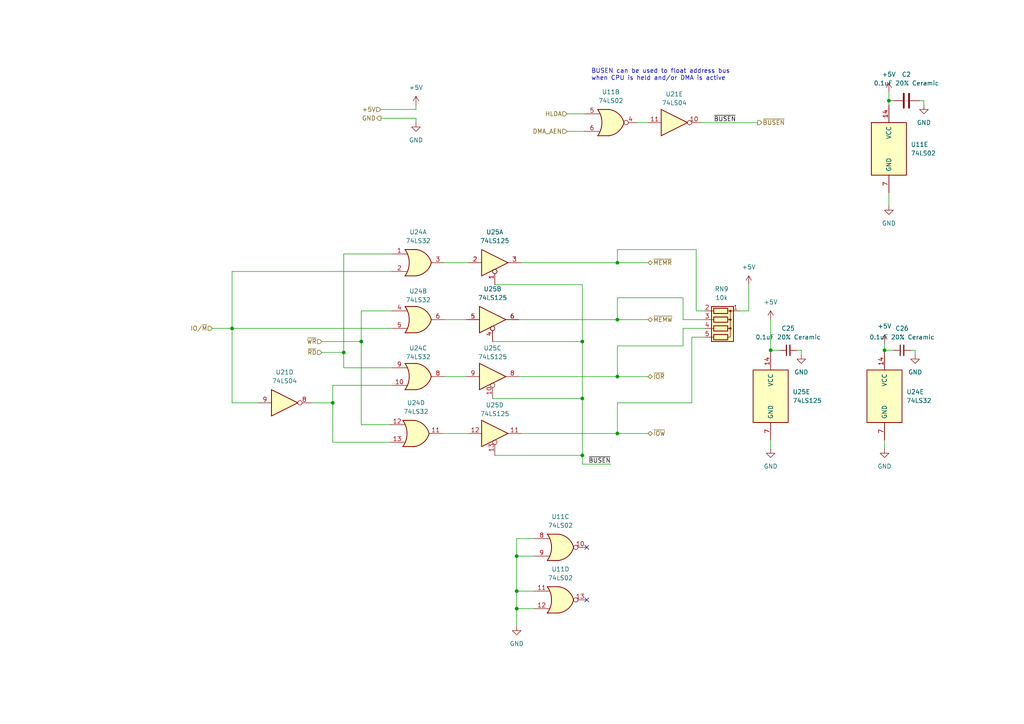
<source format=kicad_sch>
(kicad_sch
	(version 20231120)
	(generator "eeschema")
	(generator_version "8.0")
	(uuid "76d4ae29-7a16-479a-9ab5-8b855db7d63d")
	(paper "A4")
	(lib_symbols
		(symbol "74xx:74LS02"
			(pin_names
				(offset 1.016)
			)
			(exclude_from_sim no)
			(in_bom yes)
			(on_board yes)
			(property "Reference" "U"
				(at 0 1.27 0)
				(effects
					(font
						(size 1.27 1.27)
					)
				)
			)
			(property "Value" "74LS02"
				(at 0 -1.27 0)
				(effects
					(font
						(size 1.27 1.27)
					)
				)
			)
			(property "Footprint" ""
				(at 0 0 0)
				(effects
					(font
						(size 1.27 1.27)
					)
					(hide yes)
				)
			)
			(property "Datasheet" "http://www.ti.com/lit/gpn/sn74ls02"
				(at 0 0 0)
				(effects
					(font
						(size 1.27 1.27)
					)
					(hide yes)
				)
			)
			(property "Description" "quad 2-input NOR gate"
				(at 0 0 0)
				(effects
					(font
						(size 1.27 1.27)
					)
					(hide yes)
				)
			)
			(property "ki_locked" ""
				(at 0 0 0)
				(effects
					(font
						(size 1.27 1.27)
					)
				)
			)
			(property "ki_keywords" "TTL Nor2"
				(at 0 0 0)
				(effects
					(font
						(size 1.27 1.27)
					)
					(hide yes)
				)
			)
			(property "ki_fp_filters" "SO14* DIP*W7.62mm*"
				(at 0 0 0)
				(effects
					(font
						(size 1.27 1.27)
					)
					(hide yes)
				)
			)
			(symbol "74LS02_1_1"
				(arc
					(start -3.81 -3.81)
					(mid -2.589 0)
					(end -3.81 3.81)
					(stroke
						(width 0.254)
						(type default)
					)
					(fill
						(type none)
					)
				)
				(arc
					(start -0.6096 -3.81)
					(mid 2.1842 -2.5851)
					(end 3.81 0)
					(stroke
						(width 0.254)
						(type default)
					)
					(fill
						(type background)
					)
				)
				(polyline
					(pts
						(xy -3.81 -3.81) (xy -0.635 -3.81)
					)
					(stroke
						(width 0.254)
						(type default)
					)
					(fill
						(type background)
					)
				)
				(polyline
					(pts
						(xy -3.81 3.81) (xy -0.635 3.81)
					)
					(stroke
						(width 0.254)
						(type default)
					)
					(fill
						(type background)
					)
				)
				(polyline
					(pts
						(xy -0.635 3.81) (xy -3.81 3.81) (xy -3.81 3.81) (xy -3.556 3.4036) (xy -3.0226 2.2606) (xy -2.6924 1.0414)
						(xy -2.6162 -0.254) (xy -2.7686 -1.4986) (xy -3.175 -2.7178) (xy -3.81 -3.81) (xy -3.81 -3.81)
						(xy -0.635 -3.81)
					)
					(stroke
						(width -25.4)
						(type default)
					)
					(fill
						(type background)
					)
				)
				(arc
					(start 3.81 0)
					(mid 2.1915 2.5936)
					(end -0.6096 3.81)
					(stroke
						(width 0.254)
						(type default)
					)
					(fill
						(type background)
					)
				)
				(pin output inverted
					(at 7.62 0 180)
					(length 3.81)
					(name "~"
						(effects
							(font
								(size 1.27 1.27)
							)
						)
					)
					(number "1"
						(effects
							(font
								(size 1.27 1.27)
							)
						)
					)
				)
				(pin input line
					(at -7.62 2.54 0)
					(length 4.318)
					(name "~"
						(effects
							(font
								(size 1.27 1.27)
							)
						)
					)
					(number "2"
						(effects
							(font
								(size 1.27 1.27)
							)
						)
					)
				)
				(pin input line
					(at -7.62 -2.54 0)
					(length 4.318)
					(name "~"
						(effects
							(font
								(size 1.27 1.27)
							)
						)
					)
					(number "3"
						(effects
							(font
								(size 1.27 1.27)
							)
						)
					)
				)
			)
			(symbol "74LS02_1_2"
				(arc
					(start 0 -3.81)
					(mid 3.7934 0)
					(end 0 3.81)
					(stroke
						(width 0.254)
						(type default)
					)
					(fill
						(type background)
					)
				)
				(polyline
					(pts
						(xy 0 3.81) (xy -3.81 3.81) (xy -3.81 -3.81) (xy 0 -3.81)
					)
					(stroke
						(width 0.254)
						(type default)
					)
					(fill
						(type background)
					)
				)
				(pin output line
					(at 7.62 0 180)
					(length 3.81)
					(name "~"
						(effects
							(font
								(size 1.27 1.27)
							)
						)
					)
					(number "1"
						(effects
							(font
								(size 1.27 1.27)
							)
						)
					)
				)
				(pin input inverted
					(at -7.62 2.54 0)
					(length 3.81)
					(name "~"
						(effects
							(font
								(size 1.27 1.27)
							)
						)
					)
					(number "2"
						(effects
							(font
								(size 1.27 1.27)
							)
						)
					)
				)
				(pin input inverted
					(at -7.62 -2.54 0)
					(length 3.81)
					(name "~"
						(effects
							(font
								(size 1.27 1.27)
							)
						)
					)
					(number "3"
						(effects
							(font
								(size 1.27 1.27)
							)
						)
					)
				)
			)
			(symbol "74LS02_2_1"
				(arc
					(start -3.81 -3.81)
					(mid -2.589 0)
					(end -3.81 3.81)
					(stroke
						(width 0.254)
						(type default)
					)
					(fill
						(type none)
					)
				)
				(arc
					(start -0.6096 -3.81)
					(mid 2.1842 -2.5851)
					(end 3.81 0)
					(stroke
						(width 0.254)
						(type default)
					)
					(fill
						(type background)
					)
				)
				(polyline
					(pts
						(xy -3.81 -3.81) (xy -0.635 -3.81)
					)
					(stroke
						(width 0.254)
						(type default)
					)
					(fill
						(type background)
					)
				)
				(polyline
					(pts
						(xy -3.81 3.81) (xy -0.635 3.81)
					)
					(stroke
						(width 0.254)
						(type default)
					)
					(fill
						(type background)
					)
				)
				(polyline
					(pts
						(xy -0.635 3.81) (xy -3.81 3.81) (xy -3.81 3.81) (xy -3.556 3.4036) (xy -3.0226 2.2606) (xy -2.6924 1.0414)
						(xy -2.6162 -0.254) (xy -2.7686 -1.4986) (xy -3.175 -2.7178) (xy -3.81 -3.81) (xy -3.81 -3.81)
						(xy -0.635 -3.81)
					)
					(stroke
						(width -25.4)
						(type default)
					)
					(fill
						(type background)
					)
				)
				(arc
					(start 3.81 0)
					(mid 2.1915 2.5936)
					(end -0.6096 3.81)
					(stroke
						(width 0.254)
						(type default)
					)
					(fill
						(type background)
					)
				)
				(pin output inverted
					(at 7.62 0 180)
					(length 3.81)
					(name "~"
						(effects
							(font
								(size 1.27 1.27)
							)
						)
					)
					(number "4"
						(effects
							(font
								(size 1.27 1.27)
							)
						)
					)
				)
				(pin input line
					(at -7.62 2.54 0)
					(length 4.318)
					(name "~"
						(effects
							(font
								(size 1.27 1.27)
							)
						)
					)
					(number "5"
						(effects
							(font
								(size 1.27 1.27)
							)
						)
					)
				)
				(pin input line
					(at -7.62 -2.54 0)
					(length 4.318)
					(name "~"
						(effects
							(font
								(size 1.27 1.27)
							)
						)
					)
					(number "6"
						(effects
							(font
								(size 1.27 1.27)
							)
						)
					)
				)
			)
			(symbol "74LS02_2_2"
				(arc
					(start 0 -3.81)
					(mid 3.7934 0)
					(end 0 3.81)
					(stroke
						(width 0.254)
						(type default)
					)
					(fill
						(type background)
					)
				)
				(polyline
					(pts
						(xy 0 3.81) (xy -3.81 3.81) (xy -3.81 -3.81) (xy 0 -3.81)
					)
					(stroke
						(width 0.254)
						(type default)
					)
					(fill
						(type background)
					)
				)
				(pin output line
					(at 7.62 0 180)
					(length 3.81)
					(name "~"
						(effects
							(font
								(size 1.27 1.27)
							)
						)
					)
					(number "4"
						(effects
							(font
								(size 1.27 1.27)
							)
						)
					)
				)
				(pin input inverted
					(at -7.62 2.54 0)
					(length 3.81)
					(name "~"
						(effects
							(font
								(size 1.27 1.27)
							)
						)
					)
					(number "5"
						(effects
							(font
								(size 1.27 1.27)
							)
						)
					)
				)
				(pin input inverted
					(at -7.62 -2.54 0)
					(length 3.81)
					(name "~"
						(effects
							(font
								(size 1.27 1.27)
							)
						)
					)
					(number "6"
						(effects
							(font
								(size 1.27 1.27)
							)
						)
					)
				)
			)
			(symbol "74LS02_3_1"
				(arc
					(start -3.81 -3.81)
					(mid -2.589 0)
					(end -3.81 3.81)
					(stroke
						(width 0.254)
						(type default)
					)
					(fill
						(type none)
					)
				)
				(arc
					(start -0.6096 -3.81)
					(mid 2.1842 -2.5851)
					(end 3.81 0)
					(stroke
						(width 0.254)
						(type default)
					)
					(fill
						(type background)
					)
				)
				(polyline
					(pts
						(xy -3.81 -3.81) (xy -0.635 -3.81)
					)
					(stroke
						(width 0.254)
						(type default)
					)
					(fill
						(type background)
					)
				)
				(polyline
					(pts
						(xy -3.81 3.81) (xy -0.635 3.81)
					)
					(stroke
						(width 0.254)
						(type default)
					)
					(fill
						(type background)
					)
				)
				(polyline
					(pts
						(xy -0.635 3.81) (xy -3.81 3.81) (xy -3.81 3.81) (xy -3.556 3.4036) (xy -3.0226 2.2606) (xy -2.6924 1.0414)
						(xy -2.6162 -0.254) (xy -2.7686 -1.4986) (xy -3.175 -2.7178) (xy -3.81 -3.81) (xy -3.81 -3.81)
						(xy -0.635 -3.81)
					)
					(stroke
						(width -25.4)
						(type default)
					)
					(fill
						(type background)
					)
				)
				(arc
					(start 3.81 0)
					(mid 2.1915 2.5936)
					(end -0.6096 3.81)
					(stroke
						(width 0.254)
						(type default)
					)
					(fill
						(type background)
					)
				)
				(pin output inverted
					(at 7.62 0 180)
					(length 3.81)
					(name "~"
						(effects
							(font
								(size 1.27 1.27)
							)
						)
					)
					(number "10"
						(effects
							(font
								(size 1.27 1.27)
							)
						)
					)
				)
				(pin input line
					(at -7.62 2.54 0)
					(length 4.318)
					(name "~"
						(effects
							(font
								(size 1.27 1.27)
							)
						)
					)
					(number "8"
						(effects
							(font
								(size 1.27 1.27)
							)
						)
					)
				)
				(pin input line
					(at -7.62 -2.54 0)
					(length 4.318)
					(name "~"
						(effects
							(font
								(size 1.27 1.27)
							)
						)
					)
					(number "9"
						(effects
							(font
								(size 1.27 1.27)
							)
						)
					)
				)
			)
			(symbol "74LS02_3_2"
				(arc
					(start 0 -3.81)
					(mid 3.7934 0)
					(end 0 3.81)
					(stroke
						(width 0.254)
						(type default)
					)
					(fill
						(type background)
					)
				)
				(polyline
					(pts
						(xy 0 3.81) (xy -3.81 3.81) (xy -3.81 -3.81) (xy 0 -3.81)
					)
					(stroke
						(width 0.254)
						(type default)
					)
					(fill
						(type background)
					)
				)
				(pin output line
					(at 7.62 0 180)
					(length 3.81)
					(name "~"
						(effects
							(font
								(size 1.27 1.27)
							)
						)
					)
					(number "10"
						(effects
							(font
								(size 1.27 1.27)
							)
						)
					)
				)
				(pin input inverted
					(at -7.62 2.54 0)
					(length 3.81)
					(name "~"
						(effects
							(font
								(size 1.27 1.27)
							)
						)
					)
					(number "8"
						(effects
							(font
								(size 1.27 1.27)
							)
						)
					)
				)
				(pin input inverted
					(at -7.62 -2.54 0)
					(length 3.81)
					(name "~"
						(effects
							(font
								(size 1.27 1.27)
							)
						)
					)
					(number "9"
						(effects
							(font
								(size 1.27 1.27)
							)
						)
					)
				)
			)
			(symbol "74LS02_4_1"
				(arc
					(start -3.81 -3.81)
					(mid -2.589 0)
					(end -3.81 3.81)
					(stroke
						(width 0.254)
						(type default)
					)
					(fill
						(type none)
					)
				)
				(arc
					(start -0.6096 -3.81)
					(mid 2.1842 -2.5851)
					(end 3.81 0)
					(stroke
						(width 0.254)
						(type default)
					)
					(fill
						(type background)
					)
				)
				(polyline
					(pts
						(xy -3.81 -3.81) (xy -0.635 -3.81)
					)
					(stroke
						(width 0.254)
						(type default)
					)
					(fill
						(type background)
					)
				)
				(polyline
					(pts
						(xy -3.81 3.81) (xy -0.635 3.81)
					)
					(stroke
						(width 0.254)
						(type default)
					)
					(fill
						(type background)
					)
				)
				(polyline
					(pts
						(xy -0.635 3.81) (xy -3.81 3.81) (xy -3.81 3.81) (xy -3.556 3.4036) (xy -3.0226 2.2606) (xy -2.6924 1.0414)
						(xy -2.6162 -0.254) (xy -2.7686 -1.4986) (xy -3.175 -2.7178) (xy -3.81 -3.81) (xy -3.81 -3.81)
						(xy -0.635 -3.81)
					)
					(stroke
						(width -25.4)
						(type default)
					)
					(fill
						(type background)
					)
				)
				(arc
					(start 3.81 0)
					(mid 2.1915 2.5936)
					(end -0.6096 3.81)
					(stroke
						(width 0.254)
						(type default)
					)
					(fill
						(type background)
					)
				)
				(pin input line
					(at -7.62 2.54 0)
					(length 4.318)
					(name "~"
						(effects
							(font
								(size 1.27 1.27)
							)
						)
					)
					(number "11"
						(effects
							(font
								(size 1.27 1.27)
							)
						)
					)
				)
				(pin input line
					(at -7.62 -2.54 0)
					(length 4.318)
					(name "~"
						(effects
							(font
								(size 1.27 1.27)
							)
						)
					)
					(number "12"
						(effects
							(font
								(size 1.27 1.27)
							)
						)
					)
				)
				(pin output inverted
					(at 7.62 0 180)
					(length 3.81)
					(name "~"
						(effects
							(font
								(size 1.27 1.27)
							)
						)
					)
					(number "13"
						(effects
							(font
								(size 1.27 1.27)
							)
						)
					)
				)
			)
			(symbol "74LS02_4_2"
				(arc
					(start 0 -3.81)
					(mid 3.7934 0)
					(end 0 3.81)
					(stroke
						(width 0.254)
						(type default)
					)
					(fill
						(type background)
					)
				)
				(polyline
					(pts
						(xy 0 3.81) (xy -3.81 3.81) (xy -3.81 -3.81) (xy 0 -3.81)
					)
					(stroke
						(width 0.254)
						(type default)
					)
					(fill
						(type background)
					)
				)
				(pin input inverted
					(at -7.62 2.54 0)
					(length 3.81)
					(name "~"
						(effects
							(font
								(size 1.27 1.27)
							)
						)
					)
					(number "11"
						(effects
							(font
								(size 1.27 1.27)
							)
						)
					)
				)
				(pin input inverted
					(at -7.62 -2.54 0)
					(length 3.81)
					(name "~"
						(effects
							(font
								(size 1.27 1.27)
							)
						)
					)
					(number "12"
						(effects
							(font
								(size 1.27 1.27)
							)
						)
					)
				)
				(pin output line
					(at 7.62 0 180)
					(length 3.81)
					(name "~"
						(effects
							(font
								(size 1.27 1.27)
							)
						)
					)
					(number "13"
						(effects
							(font
								(size 1.27 1.27)
							)
						)
					)
				)
			)
			(symbol "74LS02_5_0"
				(pin power_in line
					(at 0 12.7 270)
					(length 5.08)
					(name "VCC"
						(effects
							(font
								(size 1.27 1.27)
							)
						)
					)
					(number "14"
						(effects
							(font
								(size 1.27 1.27)
							)
						)
					)
				)
				(pin power_in line
					(at 0 -12.7 90)
					(length 5.08)
					(name "GND"
						(effects
							(font
								(size 1.27 1.27)
							)
						)
					)
					(number "7"
						(effects
							(font
								(size 1.27 1.27)
							)
						)
					)
				)
			)
			(symbol "74LS02_5_1"
				(rectangle
					(start -5.08 7.62)
					(end 5.08 -7.62)
					(stroke
						(width 0.254)
						(type default)
					)
					(fill
						(type background)
					)
				)
			)
		)
		(symbol "74xx:74LS04"
			(exclude_from_sim no)
			(in_bom yes)
			(on_board yes)
			(property "Reference" "U"
				(at 0 1.27 0)
				(effects
					(font
						(size 1.27 1.27)
					)
				)
			)
			(property "Value" "74LS04"
				(at 0 -1.27 0)
				(effects
					(font
						(size 1.27 1.27)
					)
				)
			)
			(property "Footprint" ""
				(at 0 0 0)
				(effects
					(font
						(size 1.27 1.27)
					)
					(hide yes)
				)
			)
			(property "Datasheet" "http://www.ti.com/lit/gpn/sn74LS04"
				(at 0 0 0)
				(effects
					(font
						(size 1.27 1.27)
					)
					(hide yes)
				)
			)
			(property "Description" "Hex Inverter"
				(at 0 0 0)
				(effects
					(font
						(size 1.27 1.27)
					)
					(hide yes)
				)
			)
			(property "ki_locked" ""
				(at 0 0 0)
				(effects
					(font
						(size 1.27 1.27)
					)
				)
			)
			(property "ki_keywords" "TTL not inv"
				(at 0 0 0)
				(effects
					(font
						(size 1.27 1.27)
					)
					(hide yes)
				)
			)
			(property "ki_fp_filters" "DIP*W7.62mm* SSOP?14* TSSOP?14*"
				(at 0 0 0)
				(effects
					(font
						(size 1.27 1.27)
					)
					(hide yes)
				)
			)
			(symbol "74LS04_1_0"
				(polyline
					(pts
						(xy -3.81 3.81) (xy -3.81 -3.81) (xy 3.81 0) (xy -3.81 3.81)
					)
					(stroke
						(width 0.254)
						(type default)
					)
					(fill
						(type background)
					)
				)
				(pin input line
					(at -7.62 0 0)
					(length 3.81)
					(name "~"
						(effects
							(font
								(size 1.27 1.27)
							)
						)
					)
					(number "1"
						(effects
							(font
								(size 1.27 1.27)
							)
						)
					)
				)
				(pin output inverted
					(at 7.62 0 180)
					(length 3.81)
					(name "~"
						(effects
							(font
								(size 1.27 1.27)
							)
						)
					)
					(number "2"
						(effects
							(font
								(size 1.27 1.27)
							)
						)
					)
				)
			)
			(symbol "74LS04_2_0"
				(polyline
					(pts
						(xy -3.81 3.81) (xy -3.81 -3.81) (xy 3.81 0) (xy -3.81 3.81)
					)
					(stroke
						(width 0.254)
						(type default)
					)
					(fill
						(type background)
					)
				)
				(pin input line
					(at -7.62 0 0)
					(length 3.81)
					(name "~"
						(effects
							(font
								(size 1.27 1.27)
							)
						)
					)
					(number "3"
						(effects
							(font
								(size 1.27 1.27)
							)
						)
					)
				)
				(pin output inverted
					(at 7.62 0 180)
					(length 3.81)
					(name "~"
						(effects
							(font
								(size 1.27 1.27)
							)
						)
					)
					(number "4"
						(effects
							(font
								(size 1.27 1.27)
							)
						)
					)
				)
			)
			(symbol "74LS04_3_0"
				(polyline
					(pts
						(xy -3.81 3.81) (xy -3.81 -3.81) (xy 3.81 0) (xy -3.81 3.81)
					)
					(stroke
						(width 0.254)
						(type default)
					)
					(fill
						(type background)
					)
				)
				(pin input line
					(at -7.62 0 0)
					(length 3.81)
					(name "~"
						(effects
							(font
								(size 1.27 1.27)
							)
						)
					)
					(number "5"
						(effects
							(font
								(size 1.27 1.27)
							)
						)
					)
				)
				(pin output inverted
					(at 7.62 0 180)
					(length 3.81)
					(name "~"
						(effects
							(font
								(size 1.27 1.27)
							)
						)
					)
					(number "6"
						(effects
							(font
								(size 1.27 1.27)
							)
						)
					)
				)
			)
			(symbol "74LS04_4_0"
				(polyline
					(pts
						(xy -3.81 3.81) (xy -3.81 -3.81) (xy 3.81 0) (xy -3.81 3.81)
					)
					(stroke
						(width 0.254)
						(type default)
					)
					(fill
						(type background)
					)
				)
				(pin output inverted
					(at 7.62 0 180)
					(length 3.81)
					(name "~"
						(effects
							(font
								(size 1.27 1.27)
							)
						)
					)
					(number "8"
						(effects
							(font
								(size 1.27 1.27)
							)
						)
					)
				)
				(pin input line
					(at -7.62 0 0)
					(length 3.81)
					(name "~"
						(effects
							(font
								(size 1.27 1.27)
							)
						)
					)
					(number "9"
						(effects
							(font
								(size 1.27 1.27)
							)
						)
					)
				)
			)
			(symbol "74LS04_5_0"
				(polyline
					(pts
						(xy -3.81 3.81) (xy -3.81 -3.81) (xy 3.81 0) (xy -3.81 3.81)
					)
					(stroke
						(width 0.254)
						(type default)
					)
					(fill
						(type background)
					)
				)
				(pin output inverted
					(at 7.62 0 180)
					(length 3.81)
					(name "~"
						(effects
							(font
								(size 1.27 1.27)
							)
						)
					)
					(number "10"
						(effects
							(font
								(size 1.27 1.27)
							)
						)
					)
				)
				(pin input line
					(at -7.62 0 0)
					(length 3.81)
					(name "~"
						(effects
							(font
								(size 1.27 1.27)
							)
						)
					)
					(number "11"
						(effects
							(font
								(size 1.27 1.27)
							)
						)
					)
				)
			)
			(symbol "74LS04_6_0"
				(polyline
					(pts
						(xy -3.81 3.81) (xy -3.81 -3.81) (xy 3.81 0) (xy -3.81 3.81)
					)
					(stroke
						(width 0.254)
						(type default)
					)
					(fill
						(type background)
					)
				)
				(pin output inverted
					(at 7.62 0 180)
					(length 3.81)
					(name "~"
						(effects
							(font
								(size 1.27 1.27)
							)
						)
					)
					(number "12"
						(effects
							(font
								(size 1.27 1.27)
							)
						)
					)
				)
				(pin input line
					(at -7.62 0 0)
					(length 3.81)
					(name "~"
						(effects
							(font
								(size 1.27 1.27)
							)
						)
					)
					(number "13"
						(effects
							(font
								(size 1.27 1.27)
							)
						)
					)
				)
			)
			(symbol "74LS04_7_0"
				(pin power_in line
					(at 0 12.7 270)
					(length 5.08)
					(name "VCC"
						(effects
							(font
								(size 1.27 1.27)
							)
						)
					)
					(number "14"
						(effects
							(font
								(size 1.27 1.27)
							)
						)
					)
				)
				(pin power_in line
					(at 0 -12.7 90)
					(length 5.08)
					(name "GND"
						(effects
							(font
								(size 1.27 1.27)
							)
						)
					)
					(number "7"
						(effects
							(font
								(size 1.27 1.27)
							)
						)
					)
				)
			)
			(symbol "74LS04_7_1"
				(rectangle
					(start -5.08 7.62)
					(end 5.08 -7.62)
					(stroke
						(width 0.254)
						(type default)
					)
					(fill
						(type background)
					)
				)
			)
		)
		(symbol "74xx:74LS125"
			(pin_names
				(offset 1.016)
			)
			(exclude_from_sim no)
			(in_bom yes)
			(on_board yes)
			(property "Reference" "U"
				(at 0 1.27 0)
				(effects
					(font
						(size 1.27 1.27)
					)
				)
			)
			(property "Value" "74LS125"
				(at 0 -1.27 0)
				(effects
					(font
						(size 1.27 1.27)
					)
				)
			)
			(property "Footprint" ""
				(at 0 0 0)
				(effects
					(font
						(size 1.27 1.27)
					)
					(hide yes)
				)
			)
			(property "Datasheet" "http://www.ti.com/lit/gpn/sn74LS125"
				(at 0 0 0)
				(effects
					(font
						(size 1.27 1.27)
					)
					(hide yes)
				)
			)
			(property "Description" "Quad buffer 3-State outputs"
				(at 0 0 0)
				(effects
					(font
						(size 1.27 1.27)
					)
					(hide yes)
				)
			)
			(property "ki_locked" ""
				(at 0 0 0)
				(effects
					(font
						(size 1.27 1.27)
					)
				)
			)
			(property "ki_keywords" "TTL buffer 3State"
				(at 0 0 0)
				(effects
					(font
						(size 1.27 1.27)
					)
					(hide yes)
				)
			)
			(property "ki_fp_filters" "DIP*W7.62mm*"
				(at 0 0 0)
				(effects
					(font
						(size 1.27 1.27)
					)
					(hide yes)
				)
			)
			(symbol "74LS125_1_0"
				(polyline
					(pts
						(xy -3.81 3.81) (xy -3.81 -3.81) (xy 3.81 0) (xy -3.81 3.81)
					)
					(stroke
						(width 0.254)
						(type default)
					)
					(fill
						(type background)
					)
				)
				(pin input inverted
					(at 0 -6.35 90)
					(length 4.445)
					(name "~"
						(effects
							(font
								(size 1.27 1.27)
							)
						)
					)
					(number "1"
						(effects
							(font
								(size 1.27 1.27)
							)
						)
					)
				)
				(pin input line
					(at -7.62 0 0)
					(length 3.81)
					(name "~"
						(effects
							(font
								(size 1.27 1.27)
							)
						)
					)
					(number "2"
						(effects
							(font
								(size 1.27 1.27)
							)
						)
					)
				)
				(pin tri_state line
					(at 7.62 0 180)
					(length 3.81)
					(name "~"
						(effects
							(font
								(size 1.27 1.27)
							)
						)
					)
					(number "3"
						(effects
							(font
								(size 1.27 1.27)
							)
						)
					)
				)
			)
			(symbol "74LS125_2_0"
				(polyline
					(pts
						(xy -3.81 3.81) (xy -3.81 -3.81) (xy 3.81 0) (xy -3.81 3.81)
					)
					(stroke
						(width 0.254)
						(type default)
					)
					(fill
						(type background)
					)
				)
				(pin input inverted
					(at 0 -6.35 90)
					(length 4.445)
					(name "~"
						(effects
							(font
								(size 1.27 1.27)
							)
						)
					)
					(number "4"
						(effects
							(font
								(size 1.27 1.27)
							)
						)
					)
				)
				(pin input line
					(at -7.62 0 0)
					(length 3.81)
					(name "~"
						(effects
							(font
								(size 1.27 1.27)
							)
						)
					)
					(number "5"
						(effects
							(font
								(size 1.27 1.27)
							)
						)
					)
				)
				(pin tri_state line
					(at 7.62 0 180)
					(length 3.81)
					(name "~"
						(effects
							(font
								(size 1.27 1.27)
							)
						)
					)
					(number "6"
						(effects
							(font
								(size 1.27 1.27)
							)
						)
					)
				)
			)
			(symbol "74LS125_3_0"
				(polyline
					(pts
						(xy -3.81 3.81) (xy -3.81 -3.81) (xy 3.81 0) (xy -3.81 3.81)
					)
					(stroke
						(width 0.254)
						(type default)
					)
					(fill
						(type background)
					)
				)
				(pin input inverted
					(at 0 -6.35 90)
					(length 4.445)
					(name "~"
						(effects
							(font
								(size 1.27 1.27)
							)
						)
					)
					(number "10"
						(effects
							(font
								(size 1.27 1.27)
							)
						)
					)
				)
				(pin tri_state line
					(at 7.62 0 180)
					(length 3.81)
					(name "~"
						(effects
							(font
								(size 1.27 1.27)
							)
						)
					)
					(number "8"
						(effects
							(font
								(size 1.27 1.27)
							)
						)
					)
				)
				(pin input line
					(at -7.62 0 0)
					(length 3.81)
					(name "~"
						(effects
							(font
								(size 1.27 1.27)
							)
						)
					)
					(number "9"
						(effects
							(font
								(size 1.27 1.27)
							)
						)
					)
				)
			)
			(symbol "74LS125_4_0"
				(polyline
					(pts
						(xy -3.81 3.81) (xy -3.81 -3.81) (xy 3.81 0) (xy -3.81 3.81)
					)
					(stroke
						(width 0.254)
						(type default)
					)
					(fill
						(type background)
					)
				)
				(pin tri_state line
					(at 7.62 0 180)
					(length 3.81)
					(name "~"
						(effects
							(font
								(size 1.27 1.27)
							)
						)
					)
					(number "11"
						(effects
							(font
								(size 1.27 1.27)
							)
						)
					)
				)
				(pin input line
					(at -7.62 0 0)
					(length 3.81)
					(name "~"
						(effects
							(font
								(size 1.27 1.27)
							)
						)
					)
					(number "12"
						(effects
							(font
								(size 1.27 1.27)
							)
						)
					)
				)
				(pin input inverted
					(at 0 -6.35 90)
					(length 4.445)
					(name "~"
						(effects
							(font
								(size 1.27 1.27)
							)
						)
					)
					(number "13"
						(effects
							(font
								(size 1.27 1.27)
							)
						)
					)
				)
			)
			(symbol "74LS125_5_0"
				(pin power_in line
					(at 0 12.7 270)
					(length 5.08)
					(name "VCC"
						(effects
							(font
								(size 1.27 1.27)
							)
						)
					)
					(number "14"
						(effects
							(font
								(size 1.27 1.27)
							)
						)
					)
				)
				(pin power_in line
					(at 0 -12.7 90)
					(length 5.08)
					(name "GND"
						(effects
							(font
								(size 1.27 1.27)
							)
						)
					)
					(number "7"
						(effects
							(font
								(size 1.27 1.27)
							)
						)
					)
				)
			)
			(symbol "74LS125_5_1"
				(rectangle
					(start -5.08 7.62)
					(end 5.08 -7.62)
					(stroke
						(width 0.254)
						(type default)
					)
					(fill
						(type background)
					)
				)
			)
		)
		(symbol "74xx:74LS32"
			(pin_names
				(offset 1.016)
			)
			(exclude_from_sim no)
			(in_bom yes)
			(on_board yes)
			(property "Reference" "U"
				(at 0 1.27 0)
				(effects
					(font
						(size 1.27 1.27)
					)
				)
			)
			(property "Value" "74LS32"
				(at 0 -1.27 0)
				(effects
					(font
						(size 1.27 1.27)
					)
				)
			)
			(property "Footprint" ""
				(at 0 0 0)
				(effects
					(font
						(size 1.27 1.27)
					)
					(hide yes)
				)
			)
			(property "Datasheet" "http://www.ti.com/lit/gpn/sn74LS32"
				(at 0 0 0)
				(effects
					(font
						(size 1.27 1.27)
					)
					(hide yes)
				)
			)
			(property "Description" "Quad 2-input OR"
				(at 0 0 0)
				(effects
					(font
						(size 1.27 1.27)
					)
					(hide yes)
				)
			)
			(property "ki_locked" ""
				(at 0 0 0)
				(effects
					(font
						(size 1.27 1.27)
					)
				)
			)
			(property "ki_keywords" "TTL Or2"
				(at 0 0 0)
				(effects
					(font
						(size 1.27 1.27)
					)
					(hide yes)
				)
			)
			(property "ki_fp_filters" "DIP?14*"
				(at 0 0 0)
				(effects
					(font
						(size 1.27 1.27)
					)
					(hide yes)
				)
			)
			(symbol "74LS32_1_1"
				(arc
					(start -3.81 -3.81)
					(mid -2.589 0)
					(end -3.81 3.81)
					(stroke
						(width 0.254)
						(type default)
					)
					(fill
						(type none)
					)
				)
				(arc
					(start -0.6096 -3.81)
					(mid 2.1842 -2.5851)
					(end 3.81 0)
					(stroke
						(width 0.254)
						(type default)
					)
					(fill
						(type background)
					)
				)
				(polyline
					(pts
						(xy -3.81 -3.81) (xy -0.635 -3.81)
					)
					(stroke
						(width 0.254)
						(type default)
					)
					(fill
						(type background)
					)
				)
				(polyline
					(pts
						(xy -3.81 3.81) (xy -0.635 3.81)
					)
					(stroke
						(width 0.254)
						(type default)
					)
					(fill
						(type background)
					)
				)
				(polyline
					(pts
						(xy -0.635 3.81) (xy -3.81 3.81) (xy -3.81 3.81) (xy -3.556 3.4036) (xy -3.0226 2.2606) (xy -2.6924 1.0414)
						(xy -2.6162 -0.254) (xy -2.7686 -1.4986) (xy -3.175 -2.7178) (xy -3.81 -3.81) (xy -3.81 -3.81)
						(xy -0.635 -3.81)
					)
					(stroke
						(width -25.4)
						(type default)
					)
					(fill
						(type background)
					)
				)
				(arc
					(start 3.81 0)
					(mid 2.1915 2.5936)
					(end -0.6096 3.81)
					(stroke
						(width 0.254)
						(type default)
					)
					(fill
						(type background)
					)
				)
				(pin input line
					(at -7.62 2.54 0)
					(length 4.318)
					(name "~"
						(effects
							(font
								(size 1.27 1.27)
							)
						)
					)
					(number "1"
						(effects
							(font
								(size 1.27 1.27)
							)
						)
					)
				)
				(pin input line
					(at -7.62 -2.54 0)
					(length 4.318)
					(name "~"
						(effects
							(font
								(size 1.27 1.27)
							)
						)
					)
					(number "2"
						(effects
							(font
								(size 1.27 1.27)
							)
						)
					)
				)
				(pin output line
					(at 7.62 0 180)
					(length 3.81)
					(name "~"
						(effects
							(font
								(size 1.27 1.27)
							)
						)
					)
					(number "3"
						(effects
							(font
								(size 1.27 1.27)
							)
						)
					)
				)
			)
			(symbol "74LS32_1_2"
				(arc
					(start 0 -3.81)
					(mid 3.7934 0)
					(end 0 3.81)
					(stroke
						(width 0.254)
						(type default)
					)
					(fill
						(type background)
					)
				)
				(polyline
					(pts
						(xy 0 3.81) (xy -3.81 3.81) (xy -3.81 -3.81) (xy 0 -3.81)
					)
					(stroke
						(width 0.254)
						(type default)
					)
					(fill
						(type background)
					)
				)
				(pin input inverted
					(at -7.62 2.54 0)
					(length 3.81)
					(name "~"
						(effects
							(font
								(size 1.27 1.27)
							)
						)
					)
					(number "1"
						(effects
							(font
								(size 1.27 1.27)
							)
						)
					)
				)
				(pin input inverted
					(at -7.62 -2.54 0)
					(length 3.81)
					(name "~"
						(effects
							(font
								(size 1.27 1.27)
							)
						)
					)
					(number "2"
						(effects
							(font
								(size 1.27 1.27)
							)
						)
					)
				)
				(pin output inverted
					(at 7.62 0 180)
					(length 3.81)
					(name "~"
						(effects
							(font
								(size 1.27 1.27)
							)
						)
					)
					(number "3"
						(effects
							(font
								(size 1.27 1.27)
							)
						)
					)
				)
			)
			(symbol "74LS32_2_1"
				(arc
					(start -3.81 -3.81)
					(mid -2.589 0)
					(end -3.81 3.81)
					(stroke
						(width 0.254)
						(type default)
					)
					(fill
						(type none)
					)
				)
				(arc
					(start -0.6096 -3.81)
					(mid 2.1842 -2.5851)
					(end 3.81 0)
					(stroke
						(width 0.254)
						(type default)
					)
					(fill
						(type background)
					)
				)
				(polyline
					(pts
						(xy -3.81 -3.81) (xy -0.635 -3.81)
					)
					(stroke
						(width 0.254)
						(type default)
					)
					(fill
						(type background)
					)
				)
				(polyline
					(pts
						(xy -3.81 3.81) (xy -0.635 3.81)
					)
					(stroke
						(width 0.254)
						(type default)
					)
					(fill
						(type background)
					)
				)
				(polyline
					(pts
						(xy -0.635 3.81) (xy -3.81 3.81) (xy -3.81 3.81) (xy -3.556 3.4036) (xy -3.0226 2.2606) (xy -2.6924 1.0414)
						(xy -2.6162 -0.254) (xy -2.7686 -1.4986) (xy -3.175 -2.7178) (xy -3.81 -3.81) (xy -3.81 -3.81)
						(xy -0.635 -3.81)
					)
					(stroke
						(width -25.4)
						(type default)
					)
					(fill
						(type background)
					)
				)
				(arc
					(start 3.81 0)
					(mid 2.1915 2.5936)
					(end -0.6096 3.81)
					(stroke
						(width 0.254)
						(type default)
					)
					(fill
						(type background)
					)
				)
				(pin input line
					(at -7.62 2.54 0)
					(length 4.318)
					(name "~"
						(effects
							(font
								(size 1.27 1.27)
							)
						)
					)
					(number "4"
						(effects
							(font
								(size 1.27 1.27)
							)
						)
					)
				)
				(pin input line
					(at -7.62 -2.54 0)
					(length 4.318)
					(name "~"
						(effects
							(font
								(size 1.27 1.27)
							)
						)
					)
					(number "5"
						(effects
							(font
								(size 1.27 1.27)
							)
						)
					)
				)
				(pin output line
					(at 7.62 0 180)
					(length 3.81)
					(name "~"
						(effects
							(font
								(size 1.27 1.27)
							)
						)
					)
					(number "6"
						(effects
							(font
								(size 1.27 1.27)
							)
						)
					)
				)
			)
			(symbol "74LS32_2_2"
				(arc
					(start 0 -3.81)
					(mid 3.7934 0)
					(end 0 3.81)
					(stroke
						(width 0.254)
						(type default)
					)
					(fill
						(type background)
					)
				)
				(polyline
					(pts
						(xy 0 3.81) (xy -3.81 3.81) (xy -3.81 -3.81) (xy 0 -3.81)
					)
					(stroke
						(width 0.254)
						(type default)
					)
					(fill
						(type background)
					)
				)
				(pin input inverted
					(at -7.62 2.54 0)
					(length 3.81)
					(name "~"
						(effects
							(font
								(size 1.27 1.27)
							)
						)
					)
					(number "4"
						(effects
							(font
								(size 1.27 1.27)
							)
						)
					)
				)
				(pin input inverted
					(at -7.62 -2.54 0)
					(length 3.81)
					(name "~"
						(effects
							(font
								(size 1.27 1.27)
							)
						)
					)
					(number "5"
						(effects
							(font
								(size 1.27 1.27)
							)
						)
					)
				)
				(pin output inverted
					(at 7.62 0 180)
					(length 3.81)
					(name "~"
						(effects
							(font
								(size 1.27 1.27)
							)
						)
					)
					(number "6"
						(effects
							(font
								(size 1.27 1.27)
							)
						)
					)
				)
			)
			(symbol "74LS32_3_1"
				(arc
					(start -3.81 -3.81)
					(mid -2.589 0)
					(end -3.81 3.81)
					(stroke
						(width 0.254)
						(type default)
					)
					(fill
						(type none)
					)
				)
				(arc
					(start -0.6096 -3.81)
					(mid 2.1842 -2.5851)
					(end 3.81 0)
					(stroke
						(width 0.254)
						(type default)
					)
					(fill
						(type background)
					)
				)
				(polyline
					(pts
						(xy -3.81 -3.81) (xy -0.635 -3.81)
					)
					(stroke
						(width 0.254)
						(type default)
					)
					(fill
						(type background)
					)
				)
				(polyline
					(pts
						(xy -3.81 3.81) (xy -0.635 3.81)
					)
					(stroke
						(width 0.254)
						(type default)
					)
					(fill
						(type background)
					)
				)
				(polyline
					(pts
						(xy -0.635 3.81) (xy -3.81 3.81) (xy -3.81 3.81) (xy -3.556 3.4036) (xy -3.0226 2.2606) (xy -2.6924 1.0414)
						(xy -2.6162 -0.254) (xy -2.7686 -1.4986) (xy -3.175 -2.7178) (xy -3.81 -3.81) (xy -3.81 -3.81)
						(xy -0.635 -3.81)
					)
					(stroke
						(width -25.4)
						(type default)
					)
					(fill
						(type background)
					)
				)
				(arc
					(start 3.81 0)
					(mid 2.1915 2.5936)
					(end -0.6096 3.81)
					(stroke
						(width 0.254)
						(type default)
					)
					(fill
						(type background)
					)
				)
				(pin input line
					(at -7.62 -2.54 0)
					(length 4.318)
					(name "~"
						(effects
							(font
								(size 1.27 1.27)
							)
						)
					)
					(number "10"
						(effects
							(font
								(size 1.27 1.27)
							)
						)
					)
				)
				(pin output line
					(at 7.62 0 180)
					(length 3.81)
					(name "~"
						(effects
							(font
								(size 1.27 1.27)
							)
						)
					)
					(number "8"
						(effects
							(font
								(size 1.27 1.27)
							)
						)
					)
				)
				(pin input line
					(at -7.62 2.54 0)
					(length 4.318)
					(name "~"
						(effects
							(font
								(size 1.27 1.27)
							)
						)
					)
					(number "9"
						(effects
							(font
								(size 1.27 1.27)
							)
						)
					)
				)
			)
			(symbol "74LS32_3_2"
				(arc
					(start 0 -3.81)
					(mid 3.7934 0)
					(end 0 3.81)
					(stroke
						(width 0.254)
						(type default)
					)
					(fill
						(type background)
					)
				)
				(polyline
					(pts
						(xy 0 3.81) (xy -3.81 3.81) (xy -3.81 -3.81) (xy 0 -3.81)
					)
					(stroke
						(width 0.254)
						(type default)
					)
					(fill
						(type background)
					)
				)
				(pin input inverted
					(at -7.62 -2.54 0)
					(length 3.81)
					(name "~"
						(effects
							(font
								(size 1.27 1.27)
							)
						)
					)
					(number "10"
						(effects
							(font
								(size 1.27 1.27)
							)
						)
					)
				)
				(pin output inverted
					(at 7.62 0 180)
					(length 3.81)
					(name "~"
						(effects
							(font
								(size 1.27 1.27)
							)
						)
					)
					(number "8"
						(effects
							(font
								(size 1.27 1.27)
							)
						)
					)
				)
				(pin input inverted
					(at -7.62 2.54 0)
					(length 3.81)
					(name "~"
						(effects
							(font
								(size 1.27 1.27)
							)
						)
					)
					(number "9"
						(effects
							(font
								(size 1.27 1.27)
							)
						)
					)
				)
			)
			(symbol "74LS32_4_1"
				(arc
					(start -3.81 -3.81)
					(mid -2.589 0)
					(end -3.81 3.81)
					(stroke
						(width 0.254)
						(type default)
					)
					(fill
						(type none)
					)
				)
				(arc
					(start -0.6096 -3.81)
					(mid 2.1842 -2.5851)
					(end 3.81 0)
					(stroke
						(width 0.254)
						(type default)
					)
					(fill
						(type background)
					)
				)
				(polyline
					(pts
						(xy -3.81 -3.81) (xy -0.635 -3.81)
					)
					(stroke
						(width 0.254)
						(type default)
					)
					(fill
						(type background)
					)
				)
				(polyline
					(pts
						(xy -3.81 3.81) (xy -0.635 3.81)
					)
					(stroke
						(width 0.254)
						(type default)
					)
					(fill
						(type background)
					)
				)
				(polyline
					(pts
						(xy -0.635 3.81) (xy -3.81 3.81) (xy -3.81 3.81) (xy -3.556 3.4036) (xy -3.0226 2.2606) (xy -2.6924 1.0414)
						(xy -2.6162 -0.254) (xy -2.7686 -1.4986) (xy -3.175 -2.7178) (xy -3.81 -3.81) (xy -3.81 -3.81)
						(xy -0.635 -3.81)
					)
					(stroke
						(width -25.4)
						(type default)
					)
					(fill
						(type background)
					)
				)
				(arc
					(start 3.81 0)
					(mid 2.1915 2.5936)
					(end -0.6096 3.81)
					(stroke
						(width 0.254)
						(type default)
					)
					(fill
						(type background)
					)
				)
				(pin output line
					(at 7.62 0 180)
					(length 3.81)
					(name "~"
						(effects
							(font
								(size 1.27 1.27)
							)
						)
					)
					(number "11"
						(effects
							(font
								(size 1.27 1.27)
							)
						)
					)
				)
				(pin input line
					(at -7.62 2.54 0)
					(length 4.318)
					(name "~"
						(effects
							(font
								(size 1.27 1.27)
							)
						)
					)
					(number "12"
						(effects
							(font
								(size 1.27 1.27)
							)
						)
					)
				)
				(pin input line
					(at -7.62 -2.54 0)
					(length 4.318)
					(name "~"
						(effects
							(font
								(size 1.27 1.27)
							)
						)
					)
					(number "13"
						(effects
							(font
								(size 1.27 1.27)
							)
						)
					)
				)
			)
			(symbol "74LS32_4_2"
				(arc
					(start 0 -3.81)
					(mid 3.7934 0)
					(end 0 3.81)
					(stroke
						(width 0.254)
						(type default)
					)
					(fill
						(type background)
					)
				)
				(polyline
					(pts
						(xy 0 3.81) (xy -3.81 3.81) (xy -3.81 -3.81) (xy 0 -3.81)
					)
					(stroke
						(width 0.254)
						(type default)
					)
					(fill
						(type background)
					)
				)
				(pin output inverted
					(at 7.62 0 180)
					(length 3.81)
					(name "~"
						(effects
							(font
								(size 1.27 1.27)
							)
						)
					)
					(number "11"
						(effects
							(font
								(size 1.27 1.27)
							)
						)
					)
				)
				(pin input inverted
					(at -7.62 2.54 0)
					(length 3.81)
					(name "~"
						(effects
							(font
								(size 1.27 1.27)
							)
						)
					)
					(number "12"
						(effects
							(font
								(size 1.27 1.27)
							)
						)
					)
				)
				(pin input inverted
					(at -7.62 -2.54 0)
					(length 3.81)
					(name "~"
						(effects
							(font
								(size 1.27 1.27)
							)
						)
					)
					(number "13"
						(effects
							(font
								(size 1.27 1.27)
							)
						)
					)
				)
			)
			(symbol "74LS32_5_0"
				(pin power_in line
					(at 0 12.7 270)
					(length 5.08)
					(name "VCC"
						(effects
							(font
								(size 1.27 1.27)
							)
						)
					)
					(number "14"
						(effects
							(font
								(size 1.27 1.27)
							)
						)
					)
				)
				(pin power_in line
					(at 0 -12.7 90)
					(length 5.08)
					(name "GND"
						(effects
							(font
								(size 1.27 1.27)
							)
						)
					)
					(number "7"
						(effects
							(font
								(size 1.27 1.27)
							)
						)
					)
				)
			)
			(symbol "74LS32_5_1"
				(rectangle
					(start -5.08 7.62)
					(end 5.08 -7.62)
					(stroke
						(width 0.254)
						(type default)
					)
					(fill
						(type background)
					)
				)
			)
		)
		(symbol "Device:C"
			(pin_numbers hide)
			(pin_names
				(offset 0.254)
			)
			(exclude_from_sim no)
			(in_bom yes)
			(on_board yes)
			(property "Reference" "C"
				(at 0.635 2.54 0)
				(effects
					(font
						(size 1.27 1.27)
					)
					(justify left)
				)
			)
			(property "Value" "C"
				(at 0.635 -2.54 0)
				(effects
					(font
						(size 1.27 1.27)
					)
					(justify left)
				)
			)
			(property "Footprint" ""
				(at 0.9652 -3.81 0)
				(effects
					(font
						(size 1.27 1.27)
					)
					(hide yes)
				)
			)
			(property "Datasheet" "~"
				(at 0 0 0)
				(effects
					(font
						(size 1.27 1.27)
					)
					(hide yes)
				)
			)
			(property "Description" "Unpolarized capacitor"
				(at 0 0 0)
				(effects
					(font
						(size 1.27 1.27)
					)
					(hide yes)
				)
			)
			(property "ki_keywords" "cap capacitor"
				(at 0 0 0)
				(effects
					(font
						(size 1.27 1.27)
					)
					(hide yes)
				)
			)
			(property "ki_fp_filters" "C_*"
				(at 0 0 0)
				(effects
					(font
						(size 1.27 1.27)
					)
					(hide yes)
				)
			)
			(symbol "C_0_1"
				(polyline
					(pts
						(xy -2.032 -0.762) (xy 2.032 -0.762)
					)
					(stroke
						(width 0.508)
						(type default)
					)
					(fill
						(type none)
					)
				)
				(polyline
					(pts
						(xy -2.032 0.762) (xy 2.032 0.762)
					)
					(stroke
						(width 0.508)
						(type default)
					)
					(fill
						(type none)
					)
				)
			)
			(symbol "C_1_1"
				(pin passive line
					(at 0 3.81 270)
					(length 2.794)
					(name "~"
						(effects
							(font
								(size 1.27 1.27)
							)
						)
					)
					(number "1"
						(effects
							(font
								(size 1.27 1.27)
							)
						)
					)
				)
				(pin passive line
					(at 0 -3.81 90)
					(length 2.794)
					(name "~"
						(effects
							(font
								(size 1.27 1.27)
							)
						)
					)
					(number "2"
						(effects
							(font
								(size 1.27 1.27)
							)
						)
					)
				)
			)
		)
		(symbol "Device:C_Small"
			(pin_numbers hide)
			(pin_names
				(offset 0.254) hide)
			(exclude_from_sim no)
			(in_bom yes)
			(on_board yes)
			(property "Reference" "C"
				(at 0.254 1.778 0)
				(effects
					(font
						(size 1.27 1.27)
					)
					(justify left)
				)
			)
			(property "Value" "C_Small"
				(at 0.254 -2.032 0)
				(effects
					(font
						(size 1.27 1.27)
					)
					(justify left)
				)
			)
			(property "Footprint" ""
				(at 0 0 0)
				(effects
					(font
						(size 1.27 1.27)
					)
					(hide yes)
				)
			)
			(property "Datasheet" "~"
				(at 0 0 0)
				(effects
					(font
						(size 1.27 1.27)
					)
					(hide yes)
				)
			)
			(property "Description" "Unpolarized capacitor, small symbol"
				(at 0 0 0)
				(effects
					(font
						(size 1.27 1.27)
					)
					(hide yes)
				)
			)
			(property "ki_keywords" "capacitor cap"
				(at 0 0 0)
				(effects
					(font
						(size 1.27 1.27)
					)
					(hide yes)
				)
			)
			(property "ki_fp_filters" "C_*"
				(at 0 0 0)
				(effects
					(font
						(size 1.27 1.27)
					)
					(hide yes)
				)
			)
			(symbol "C_Small_0_1"
				(polyline
					(pts
						(xy -1.524 -0.508) (xy 1.524 -0.508)
					)
					(stroke
						(width 0.3302)
						(type default)
					)
					(fill
						(type none)
					)
				)
				(polyline
					(pts
						(xy -1.524 0.508) (xy 1.524 0.508)
					)
					(stroke
						(width 0.3048)
						(type default)
					)
					(fill
						(type none)
					)
				)
			)
			(symbol "C_Small_1_1"
				(pin passive line
					(at 0 2.54 270)
					(length 2.032)
					(name "~"
						(effects
							(font
								(size 1.27 1.27)
							)
						)
					)
					(number "1"
						(effects
							(font
								(size 1.27 1.27)
							)
						)
					)
				)
				(pin passive line
					(at 0 -2.54 90)
					(length 2.032)
					(name "~"
						(effects
							(font
								(size 1.27 1.27)
							)
						)
					)
					(number "2"
						(effects
							(font
								(size 1.27 1.27)
							)
						)
					)
				)
			)
		)
		(symbol "Device:R_Network04"
			(pin_names
				(offset 0) hide)
			(exclude_from_sim no)
			(in_bom yes)
			(on_board yes)
			(property "Reference" "RN"
				(at -7.62 0 90)
				(effects
					(font
						(size 1.27 1.27)
					)
				)
			)
			(property "Value" "R_Network04"
				(at 5.08 0 90)
				(effects
					(font
						(size 1.27 1.27)
					)
				)
			)
			(property "Footprint" "Resistor_THT:R_Array_SIP5"
				(at 6.985 0 90)
				(effects
					(font
						(size 1.27 1.27)
					)
					(hide yes)
				)
			)
			(property "Datasheet" "http://www.vishay.com/docs/31509/csc.pdf"
				(at 0 0 0)
				(effects
					(font
						(size 1.27 1.27)
					)
					(hide yes)
				)
			)
			(property "Description" "4 resistor network, star topology, bussed resistors, small symbol"
				(at 0 0 0)
				(effects
					(font
						(size 1.27 1.27)
					)
					(hide yes)
				)
			)
			(property "ki_keywords" "R network star-topology"
				(at 0 0 0)
				(effects
					(font
						(size 1.27 1.27)
					)
					(hide yes)
				)
			)
			(property "ki_fp_filters" "R?Array?SIP*"
				(at 0 0 0)
				(effects
					(font
						(size 1.27 1.27)
					)
					(hide yes)
				)
			)
			(symbol "R_Network04_0_1"
				(rectangle
					(start -6.35 -3.175)
					(end 3.81 3.175)
					(stroke
						(width 0.254)
						(type default)
					)
					(fill
						(type background)
					)
				)
				(rectangle
					(start -5.842 1.524)
					(end -4.318 -2.54)
					(stroke
						(width 0.254)
						(type default)
					)
					(fill
						(type none)
					)
				)
				(circle
					(center -5.08 2.286)
					(radius 0.254)
					(stroke
						(width 0)
						(type default)
					)
					(fill
						(type outline)
					)
				)
				(rectangle
					(start -3.302 1.524)
					(end -1.778 -2.54)
					(stroke
						(width 0.254)
						(type default)
					)
					(fill
						(type none)
					)
				)
				(circle
					(center -2.54 2.286)
					(radius 0.254)
					(stroke
						(width 0)
						(type default)
					)
					(fill
						(type outline)
					)
				)
				(rectangle
					(start -0.762 1.524)
					(end 0.762 -2.54)
					(stroke
						(width 0.254)
						(type default)
					)
					(fill
						(type none)
					)
				)
				(polyline
					(pts
						(xy -5.08 -2.54) (xy -5.08 -3.81)
					)
					(stroke
						(width 0)
						(type default)
					)
					(fill
						(type none)
					)
				)
				(polyline
					(pts
						(xy -2.54 -2.54) (xy -2.54 -3.81)
					)
					(stroke
						(width 0)
						(type default)
					)
					(fill
						(type none)
					)
				)
				(polyline
					(pts
						(xy 0 -2.54) (xy 0 -3.81)
					)
					(stroke
						(width 0)
						(type default)
					)
					(fill
						(type none)
					)
				)
				(polyline
					(pts
						(xy 2.54 -2.54) (xy 2.54 -3.81)
					)
					(stroke
						(width 0)
						(type default)
					)
					(fill
						(type none)
					)
				)
				(polyline
					(pts
						(xy -5.08 1.524) (xy -5.08 2.286) (xy -2.54 2.286) (xy -2.54 1.524)
					)
					(stroke
						(width 0)
						(type default)
					)
					(fill
						(type none)
					)
				)
				(polyline
					(pts
						(xy -2.54 1.524) (xy -2.54 2.286) (xy 0 2.286) (xy 0 1.524)
					)
					(stroke
						(width 0)
						(type default)
					)
					(fill
						(type none)
					)
				)
				(polyline
					(pts
						(xy 0 1.524) (xy 0 2.286) (xy 2.54 2.286) (xy 2.54 1.524)
					)
					(stroke
						(width 0)
						(type default)
					)
					(fill
						(type none)
					)
				)
				(circle
					(center 0 2.286)
					(radius 0.254)
					(stroke
						(width 0)
						(type default)
					)
					(fill
						(type outline)
					)
				)
				(rectangle
					(start 1.778 1.524)
					(end 3.302 -2.54)
					(stroke
						(width 0.254)
						(type default)
					)
					(fill
						(type none)
					)
				)
			)
			(symbol "R_Network04_1_1"
				(pin passive line
					(at -5.08 5.08 270)
					(length 2.54)
					(name "common"
						(effects
							(font
								(size 1.27 1.27)
							)
						)
					)
					(number "1"
						(effects
							(font
								(size 1.27 1.27)
							)
						)
					)
				)
				(pin passive line
					(at -5.08 -5.08 90)
					(length 1.27)
					(name "R1"
						(effects
							(font
								(size 1.27 1.27)
							)
						)
					)
					(number "2"
						(effects
							(font
								(size 1.27 1.27)
							)
						)
					)
				)
				(pin passive line
					(at -2.54 -5.08 90)
					(length 1.27)
					(name "R2"
						(effects
							(font
								(size 1.27 1.27)
							)
						)
					)
					(number "3"
						(effects
							(font
								(size 1.27 1.27)
							)
						)
					)
				)
				(pin passive line
					(at 0 -5.08 90)
					(length 1.27)
					(name "R3"
						(effects
							(font
								(size 1.27 1.27)
							)
						)
					)
					(number "4"
						(effects
							(font
								(size 1.27 1.27)
							)
						)
					)
				)
				(pin passive line
					(at 2.54 -5.08 90)
					(length 1.27)
					(name "R4"
						(effects
							(font
								(size 1.27 1.27)
							)
						)
					)
					(number "5"
						(effects
							(font
								(size 1.27 1.27)
							)
						)
					)
				)
			)
		)
		(symbol "power:+5V"
			(power)
			(pin_names
				(offset 0)
			)
			(exclude_from_sim no)
			(in_bom yes)
			(on_board yes)
			(property "Reference" "#PWR"
				(at 0 -3.81 0)
				(effects
					(font
						(size 1.27 1.27)
					)
					(hide yes)
				)
			)
			(property "Value" "+5V"
				(at 0 3.556 0)
				(effects
					(font
						(size 1.27 1.27)
					)
				)
			)
			(property "Footprint" ""
				(at 0 0 0)
				(effects
					(font
						(size 1.27 1.27)
					)
					(hide yes)
				)
			)
			(property "Datasheet" ""
				(at 0 0 0)
				(effects
					(font
						(size 1.27 1.27)
					)
					(hide yes)
				)
			)
			(property "Description" "Power symbol creates a global label with name \"+5V\""
				(at 0 0 0)
				(effects
					(font
						(size 1.27 1.27)
					)
					(hide yes)
				)
			)
			(property "ki_keywords" "global power"
				(at 0 0 0)
				(effects
					(font
						(size 1.27 1.27)
					)
					(hide yes)
				)
			)
			(symbol "+5V_0_1"
				(polyline
					(pts
						(xy -0.762 1.27) (xy 0 2.54)
					)
					(stroke
						(width 0)
						(type default)
					)
					(fill
						(type none)
					)
				)
				(polyline
					(pts
						(xy 0 0) (xy 0 2.54)
					)
					(stroke
						(width 0)
						(type default)
					)
					(fill
						(type none)
					)
				)
				(polyline
					(pts
						(xy 0 2.54) (xy 0.762 1.27)
					)
					(stroke
						(width 0)
						(type default)
					)
					(fill
						(type none)
					)
				)
			)
			(symbol "+5V_1_1"
				(pin power_in line
					(at 0 0 90)
					(length 0) hide
					(name "+5V"
						(effects
							(font
								(size 1.27 1.27)
							)
						)
					)
					(number "1"
						(effects
							(font
								(size 1.27 1.27)
							)
						)
					)
				)
			)
		)
		(symbol "power:GND"
			(power)
			(pin_names
				(offset 0)
			)
			(exclude_from_sim no)
			(in_bom yes)
			(on_board yes)
			(property "Reference" "#PWR"
				(at 0 -6.35 0)
				(effects
					(font
						(size 1.27 1.27)
					)
					(hide yes)
				)
			)
			(property "Value" "GND"
				(at 0 -3.81 0)
				(effects
					(font
						(size 1.27 1.27)
					)
				)
			)
			(property "Footprint" ""
				(at 0 0 0)
				(effects
					(font
						(size 1.27 1.27)
					)
					(hide yes)
				)
			)
			(property "Datasheet" ""
				(at 0 0 0)
				(effects
					(font
						(size 1.27 1.27)
					)
					(hide yes)
				)
			)
			(property "Description" "Power symbol creates a global label with name \"GND\" , ground"
				(at 0 0 0)
				(effects
					(font
						(size 1.27 1.27)
					)
					(hide yes)
				)
			)
			(property "ki_keywords" "global power"
				(at 0 0 0)
				(effects
					(font
						(size 1.27 1.27)
					)
					(hide yes)
				)
			)
			(symbol "GND_0_1"
				(polyline
					(pts
						(xy 0 0) (xy 0 -1.27) (xy 1.27 -1.27) (xy 0 -2.54) (xy -1.27 -1.27) (xy 0 -1.27)
					)
					(stroke
						(width 0)
						(type default)
					)
					(fill
						(type none)
					)
				)
			)
			(symbol "GND_1_1"
				(pin power_in line
					(at 0 0 270)
					(length 0) hide
					(name "GND"
						(effects
							(font
								(size 1.27 1.27)
							)
						)
					)
					(number "1"
						(effects
							(font
								(size 1.27 1.27)
							)
						)
					)
				)
			)
		)
	)
	(junction
		(at 104.775 99.06)
		(diameter 0)
		(color 0 0 0 0)
		(uuid "02cbd19a-5821-424b-8a9a-522ab8fd1dc6")
	)
	(junction
		(at 149.86 171.45)
		(diameter 0)
		(color 0 0 0 0)
		(uuid "14d47d3b-a843-400e-8a93-2e455fd4ac15")
	)
	(junction
		(at 179.07 125.73)
		(diameter 0)
		(color 0 0 0 0)
		(uuid "15d5f24f-0995-43f5-8401-f9b1208bd8a4")
	)
	(junction
		(at 149.86 176.53)
		(diameter 0)
		(color 0 0 0 0)
		(uuid "5a0413ed-f89d-4643-9ae9-9fb4e29ece53")
	)
	(junction
		(at 179.07 92.71)
		(diameter 0)
		(color 0 0 0 0)
		(uuid "5cec5c21-6d84-450a-a79b-2830cdbd6655")
	)
	(junction
		(at 168.91 99.06)
		(diameter 0)
		(color 0 0 0 0)
		(uuid "5de1722b-822c-4e78-b2ad-8f9b8f06d322")
	)
	(junction
		(at 223.52 101.6)
		(diameter 0)
		(color 0 0 0 0)
		(uuid "77268484-2e8e-4d59-9d33-aad6a7701aa2")
	)
	(junction
		(at 179.07 76.2)
		(diameter 0)
		(color 0 0 0 0)
		(uuid "9a120ea6-c528-4b09-87c3-3eb982893aa0")
	)
	(junction
		(at 168.91 132.08)
		(diameter 0)
		(color 0 0 0 0)
		(uuid "b70af86b-7160-450f-b183-7f220b401818")
	)
	(junction
		(at 67.31 95.25)
		(diameter 0)
		(color 0 0 0 0)
		(uuid "b77b7188-2012-4eeb-b995-19cdd0e5a5b5")
	)
	(junction
		(at 149.86 161.29)
		(diameter 0)
		(color 0 0 0 0)
		(uuid "b8a6c1cb-b5a0-47c8-9f87-4197c1c44e8d")
	)
	(junction
		(at 99.695 102.235)
		(diameter 0)
		(color 0 0 0 0)
		(uuid "c264df11-1570-4f75-8ac6-5e658eb3ca5a")
	)
	(junction
		(at 256.54 101.6)
		(diameter 0)
		(color 0 0 0 0)
		(uuid "cb8c66d7-d7fb-42cc-8934-3b14fb82a45f")
	)
	(junction
		(at 179.07 109.22)
		(diameter 0)
		(color 0 0 0 0)
		(uuid "ceeb1112-965f-46b3-8349-fb43b6950108")
	)
	(junction
		(at 257.81 29.21)
		(diameter 0)
		(color 0 0 0 0)
		(uuid "ee97b015-e146-47fe-af7f-5bb2fbd84fe1")
	)
	(junction
		(at 168.91 115.57)
		(diameter 0)
		(color 0 0 0 0)
		(uuid "f0b8af00-7826-4346-99fb-27bec4830fa2")
	)
	(junction
		(at 96.52 116.84)
		(diameter 0)
		(color 0 0 0 0)
		(uuid "fb63cb33-b723-416d-b63c-e8bca3577f5d")
	)
	(no_connect
		(at 170.18 173.99)
		(uuid "77c17eb5-e4ea-4f51-a0b5-2062e9252110")
	)
	(no_connect
		(at 170.18 158.75)
		(uuid "a8a4f575-58d8-426c-8e12-cb3fb1f6f3b0")
	)
	(wire
		(pts
			(xy 201.93 90.17) (xy 201.93 72.39)
		)
		(stroke
			(width 0)
			(type default)
		)
		(uuid "021e424a-310e-4665-a48f-4e973296b56a")
	)
	(wire
		(pts
			(xy 168.91 134.62) (xy 177.165 134.62)
		)
		(stroke
			(width 0)
			(type default)
		)
		(uuid "026cc1f7-02c5-4fd4-a1e6-3dc54b4ca2f8")
	)
	(wire
		(pts
			(xy 168.91 99.06) (xy 168.91 115.57)
		)
		(stroke
			(width 0)
			(type default)
		)
		(uuid "091394b2-6073-4edc-bded-4a61b21c394b")
	)
	(wire
		(pts
			(xy 104.775 99.06) (xy 93.345 99.06)
		)
		(stroke
			(width 0)
			(type default)
		)
		(uuid "0f26715a-3564-48de-a27d-15326bda8f53")
	)
	(wire
		(pts
			(xy 217.17 90.17) (xy 214.63 90.17)
		)
		(stroke
			(width 0)
			(type default)
		)
		(uuid "11ca0df5-e574-4125-a864-e6f25b34907c")
	)
	(wire
		(pts
			(xy 149.86 161.29) (xy 149.86 156.21)
		)
		(stroke
			(width 0)
			(type default)
		)
		(uuid "12ff4a24-7336-4a94-a6bd-f18ddb21aa9c")
	)
	(wire
		(pts
			(xy 223.52 92.71) (xy 223.52 101.6)
		)
		(stroke
			(width 0)
			(type default)
		)
		(uuid "143e0d50-d148-4141-be8c-cb376985c92c")
	)
	(wire
		(pts
			(xy 223.52 127.635) (xy 223.52 130.175)
		)
		(stroke
			(width 0)
			(type default)
		)
		(uuid "1587311a-47c8-4543-9afa-940726654967")
	)
	(wire
		(pts
			(xy 96.52 116.84) (xy 96.52 111.76)
		)
		(stroke
			(width 0)
			(type default)
		)
		(uuid "180d43c3-7c00-497b-a8de-119b4f973cfc")
	)
	(wire
		(pts
			(xy 257.81 26.67) (xy 257.81 29.21)
		)
		(stroke
			(width 0)
			(type default)
		)
		(uuid "1d49cbe0-15d0-4919-b614-669edf53746d")
	)
	(wire
		(pts
			(xy 179.07 125.73) (xy 179.07 116.84)
		)
		(stroke
			(width 0)
			(type default)
		)
		(uuid "1dbdba8a-8103-4a0c-bbd8-89da431ab6df")
	)
	(wire
		(pts
			(xy 179.07 109.22) (xy 187.96 109.22)
		)
		(stroke
			(width 0)
			(type default)
		)
		(uuid "22b0d998-59e6-4ac3-b8a7-9c30c56795a1")
	)
	(wire
		(pts
			(xy 217.17 82.55) (xy 217.17 90.17)
		)
		(stroke
			(width 0)
			(type default)
		)
		(uuid "248f53ca-9b41-4a23-8d14-5c3e5262d9ef")
	)
	(wire
		(pts
			(xy 120.65 34.29) (xy 120.65 35.56)
		)
		(stroke
			(width 0)
			(type default)
		)
		(uuid "2abaf152-e340-4581-9d96-23aaaf47e6bd")
	)
	(wire
		(pts
			(xy 179.07 86.36) (xy 179.07 92.71)
		)
		(stroke
			(width 0)
			(type default)
		)
		(uuid "2fd10b58-7852-4e67-b28f-a159632ba602")
	)
	(wire
		(pts
			(xy 256.54 99.695) (xy 256.54 101.6)
		)
		(stroke
			(width 0)
			(type default)
		)
		(uuid "37a51325-a730-42a9-a5fd-d3d5c834fe26")
	)
	(wire
		(pts
			(xy 142.875 115.57) (xy 168.91 115.57)
		)
		(stroke
			(width 0)
			(type default)
		)
		(uuid "3c2ea316-5ce6-44ba-81be-666bc8a9d7fa")
	)
	(wire
		(pts
			(xy 179.07 92.71) (xy 187.96 92.71)
		)
		(stroke
			(width 0)
			(type default)
		)
		(uuid "3c44bab6-4b0b-496d-b274-7d9ceb1d59c5")
	)
	(wire
		(pts
			(xy 200.66 116.84) (xy 200.66 97.79)
		)
		(stroke
			(width 0)
			(type default)
		)
		(uuid "4098a9f5-3274-4eb7-ac55-ab30ca8ed55c")
	)
	(wire
		(pts
			(xy 110.49 34.29) (xy 120.65 34.29)
		)
		(stroke
			(width 0)
			(type default)
		)
		(uuid "41cca45b-53bb-4cb5-adf0-de3ee405b2c6")
	)
	(wire
		(pts
			(xy 204.47 90.17) (xy 201.93 90.17)
		)
		(stroke
			(width 0)
			(type default)
		)
		(uuid "42efc3d8-484f-459a-9677-ee95721509e9")
	)
	(wire
		(pts
			(xy 149.86 171.45) (xy 149.86 161.29)
		)
		(stroke
			(width 0)
			(type default)
		)
		(uuid "44ec7b00-e386-4a7b-931e-5fa594938216")
	)
	(wire
		(pts
			(xy 264.16 101.6) (xy 265.43 101.6)
		)
		(stroke
			(width 0)
			(type default)
		)
		(uuid "489bdc09-ebd0-458d-8010-fe3efcd4a01c")
	)
	(wire
		(pts
			(xy 67.31 95.25) (xy 67.31 116.84)
		)
		(stroke
			(width 0)
			(type default)
		)
		(uuid "4cb08441-519e-40c3-87fd-6fef33a69e32")
	)
	(wire
		(pts
			(xy 198.12 92.71) (xy 198.12 86.36)
		)
		(stroke
			(width 0)
			(type default)
		)
		(uuid "4f12ca8a-4827-477f-ac57-3f2727fcdb75")
	)
	(wire
		(pts
			(xy 198.12 100.33) (xy 198.12 95.25)
		)
		(stroke
			(width 0)
			(type default)
		)
		(uuid "552deb55-d0f1-4a79-ad67-8be0bf68d4ca")
	)
	(wire
		(pts
			(xy 128.905 109.22) (xy 135.255 109.22)
		)
		(stroke
			(width 0)
			(type default)
		)
		(uuid "56009ab0-8c11-4639-bfd1-e2e979ff57b3")
	)
	(wire
		(pts
			(xy 267.97 29.21) (xy 267.97 30.48)
		)
		(stroke
			(width 0)
			(type default)
		)
		(uuid "58cad5fb-c6a6-4c67-bbf3-59efbead3ddd")
	)
	(wire
		(pts
			(xy 179.07 76.2) (xy 187.96 76.2)
		)
		(stroke
			(width 0)
			(type default)
		)
		(uuid "5b7dd1e6-7f12-418f-9973-6cd0be748dde")
	)
	(wire
		(pts
			(xy 149.86 156.21) (xy 154.94 156.21)
		)
		(stroke
			(width 0)
			(type default)
		)
		(uuid "5bf921a1-d310-44f4-9831-1be540251c55")
	)
	(wire
		(pts
			(xy 96.52 128.27) (xy 113.03 128.27)
		)
		(stroke
			(width 0)
			(type default)
		)
		(uuid "6436a6c1-cdfe-499b-862a-0be9574ec5e9")
	)
	(wire
		(pts
			(xy 168.91 82.55) (xy 168.91 99.06)
		)
		(stroke
			(width 0)
			(type default)
		)
		(uuid "67066f6e-5ef8-45f3-bea1-8c6124e2e862")
	)
	(wire
		(pts
			(xy 143.51 82.55) (xy 168.91 82.55)
		)
		(stroke
			(width 0)
			(type default)
		)
		(uuid "688832cc-ccd2-480b-ab57-f2d9e86a3d78")
	)
	(wire
		(pts
			(xy 150.495 109.22) (xy 179.07 109.22)
		)
		(stroke
			(width 0)
			(type default)
		)
		(uuid "6c1c5c18-9fd6-4ddb-802f-1ad7c1453091")
	)
	(wire
		(pts
			(xy 200.66 97.79) (xy 204.47 97.79)
		)
		(stroke
			(width 0)
			(type default)
		)
		(uuid "6c6873e3-1918-4eaf-bedc-11a888ebc1f0")
	)
	(wire
		(pts
			(xy 256.54 101.6) (xy 259.08 101.6)
		)
		(stroke
			(width 0)
			(type default)
		)
		(uuid "6cfb5c45-acaa-4a80-822f-8e6e276fd2aa")
	)
	(wire
		(pts
			(xy 179.07 125.73) (xy 187.96 125.73)
		)
		(stroke
			(width 0)
			(type default)
		)
		(uuid "74859e10-3a22-45b7-8fb5-a1bb402b9a17")
	)
	(wire
		(pts
			(xy 149.86 176.53) (xy 154.94 176.53)
		)
		(stroke
			(width 0)
			(type default)
		)
		(uuid "7d0d912f-0d2f-4d0e-95cf-d520cd1587ac")
	)
	(wire
		(pts
			(xy 67.31 116.84) (xy 74.93 116.84)
		)
		(stroke
			(width 0)
			(type default)
		)
		(uuid "7e581ec0-70c4-421b-a993-eee814d13ccb")
	)
	(wire
		(pts
			(xy 149.86 171.45) (xy 154.94 171.45)
		)
		(stroke
			(width 0)
			(type default)
		)
		(uuid "842bf9ca-f547-428e-bae3-667b91a92c1d")
	)
	(wire
		(pts
			(xy 164.465 38.1) (xy 169.545 38.1)
		)
		(stroke
			(width 0)
			(type default)
		)
		(uuid "8818db45-d22b-48c3-a80f-761594655c06")
	)
	(wire
		(pts
			(xy 128.27 125.73) (xy 135.89 125.73)
		)
		(stroke
			(width 0)
			(type default)
		)
		(uuid "89496a2f-19d7-415c-9d2c-13969a0dc854")
	)
	(wire
		(pts
			(xy 164.465 33.02) (xy 169.545 33.02)
		)
		(stroke
			(width 0)
			(type default)
		)
		(uuid "8a6fdc08-851a-4768-9e37-f0b26572c779")
	)
	(wire
		(pts
			(xy 203.2 35.56) (xy 219.71 35.56)
		)
		(stroke
			(width 0)
			(type default)
		)
		(uuid "8ceba384-5987-46bd-8de4-dfbbd3cd2d37")
	)
	(wire
		(pts
			(xy 184.785 35.56) (xy 187.96 35.56)
		)
		(stroke
			(width 0)
			(type default)
		)
		(uuid "8e6924f8-fd31-4d74-a97d-ebf8cc9f3ab2")
	)
	(wire
		(pts
			(xy 113.665 95.25) (xy 67.31 95.25)
		)
		(stroke
			(width 0)
			(type default)
		)
		(uuid "8eaa7ac9-d932-4c5f-8e6f-afcc3c586d29")
	)
	(wire
		(pts
			(xy 99.695 73.66) (xy 99.695 102.235)
		)
		(stroke
			(width 0)
			(type default)
		)
		(uuid "961f14e0-e85c-4454-b4f8-854d5cd585ff")
	)
	(wire
		(pts
			(xy 151.13 76.2) (xy 179.07 76.2)
		)
		(stroke
			(width 0)
			(type default)
		)
		(uuid "982a7d77-ac53-4154-ac99-7a42c0467d1b")
	)
	(wire
		(pts
			(xy 67.31 78.74) (xy 113.665 78.74)
		)
		(stroke
			(width 0)
			(type default)
		)
		(uuid "9a5aa0b8-eac7-4f59-bd1f-a00e896ffa60")
	)
	(wire
		(pts
			(xy 99.695 73.66) (xy 113.665 73.66)
		)
		(stroke
			(width 0)
			(type default)
		)
		(uuid "9afc7ba1-00bd-4865-8a12-987c3079feb5")
	)
	(wire
		(pts
			(xy 256.54 127.635) (xy 256.54 130.175)
		)
		(stroke
			(width 0)
			(type default)
		)
		(uuid "9ea3583a-b72f-4f54-bc9f-0c1704ebb822")
	)
	(wire
		(pts
			(xy 266.7 29.21) (xy 267.97 29.21)
		)
		(stroke
			(width 0)
			(type default)
		)
		(uuid "a0b8228c-c0aa-441d-9311-7cba19f0e3b9")
	)
	(wire
		(pts
			(xy 96.52 111.76) (xy 113.665 111.76)
		)
		(stroke
			(width 0)
			(type default)
		)
		(uuid "a14d554a-cc33-43ff-a1fb-0430c663c53c")
	)
	(wire
		(pts
			(xy 93.345 102.235) (xy 99.695 102.235)
		)
		(stroke
			(width 0)
			(type default)
		)
		(uuid "a2eaf3fd-bce9-4902-989a-5e2c4f2ff673")
	)
	(wire
		(pts
			(xy 149.86 181.61) (xy 149.86 176.53)
		)
		(stroke
			(width 0)
			(type default)
		)
		(uuid "a483c0d3-cd6c-422e-9ca9-54c77bd3f94a")
	)
	(wire
		(pts
			(xy 179.07 100.33) (xy 198.12 100.33)
		)
		(stroke
			(width 0)
			(type default)
		)
		(uuid "a6f26b87-7a11-4140-8d1e-171132b9c054")
	)
	(wire
		(pts
			(xy 149.86 161.29) (xy 154.94 161.29)
		)
		(stroke
			(width 0)
			(type default)
		)
		(uuid "aae3e325-e80d-4b48-84a0-1e684a3b432d")
	)
	(wire
		(pts
			(xy 104.775 123.19) (xy 104.775 99.06)
		)
		(stroke
			(width 0)
			(type default)
		)
		(uuid "aced6968-be2c-491b-b594-ec610e5146b2")
	)
	(wire
		(pts
			(xy 149.86 176.53) (xy 149.86 171.45)
		)
		(stroke
			(width 0)
			(type default)
		)
		(uuid "af9dfe8a-0d5c-46a5-9a6e-2587b55883b7")
	)
	(wire
		(pts
			(xy 99.695 106.68) (xy 113.665 106.68)
		)
		(stroke
			(width 0)
			(type default)
		)
		(uuid "afc985a2-69ac-427d-b6e9-d6cbd560dc15")
	)
	(wire
		(pts
			(xy 223.52 101.6) (xy 223.52 102.235)
		)
		(stroke
			(width 0)
			(type default)
		)
		(uuid "b252e51c-94a7-4e9c-af28-4649a5b7f3c7")
	)
	(wire
		(pts
			(xy 142.875 99.06) (xy 168.91 99.06)
		)
		(stroke
			(width 0)
			(type default)
		)
		(uuid "b7cca16d-d11d-4f4d-bab0-27d1d94bf37b")
	)
	(wire
		(pts
			(xy 201.93 72.39) (xy 179.07 72.39)
		)
		(stroke
			(width 0)
			(type default)
		)
		(uuid "b859aad2-9e80-4dce-a5a1-e77f5b418a0f")
	)
	(wire
		(pts
			(xy 265.43 101.6) (xy 265.43 102.87)
		)
		(stroke
			(width 0)
			(type default)
		)
		(uuid "bc251e7c-89eb-4a95-b502-6f9752bd080a")
	)
	(wire
		(pts
			(xy 110.49 31.75) (xy 120.65 31.75)
		)
		(stroke
			(width 0)
			(type default)
		)
		(uuid "bdb415af-b6f9-4332-a04f-8906f571ec80")
	)
	(wire
		(pts
			(xy 198.12 86.36) (xy 179.07 86.36)
		)
		(stroke
			(width 0)
			(type default)
		)
		(uuid "c04733a6-8bf9-4bbe-a1b0-ac1264b73b62")
	)
	(wire
		(pts
			(xy 104.775 99.06) (xy 104.775 90.17)
		)
		(stroke
			(width 0)
			(type default)
		)
		(uuid "c4584e5e-acd5-4acb-b0c2-a92d388a5b80")
	)
	(wire
		(pts
			(xy 256.54 101.6) (xy 256.54 102.235)
		)
		(stroke
			(width 0)
			(type default)
		)
		(uuid "cc1ac97d-f679-4aca-baed-f6d70988577f")
	)
	(wire
		(pts
			(xy 204.47 92.71) (xy 198.12 92.71)
		)
		(stroke
			(width 0)
			(type default)
		)
		(uuid "cc8714a7-dfa0-4495-95ee-025af6ee48d8")
	)
	(wire
		(pts
			(xy 168.91 132.08) (xy 168.91 134.62)
		)
		(stroke
			(width 0)
			(type default)
		)
		(uuid "d1ba97be-b63e-42b4-a8c5-b1fa53363d0f")
	)
	(wire
		(pts
			(xy 257.81 29.21) (xy 257.81 30.48)
		)
		(stroke
			(width 0)
			(type default)
		)
		(uuid "d2c099b5-2869-4297-b645-d2505e6d8b26")
	)
	(wire
		(pts
			(xy 90.17 116.84) (xy 96.52 116.84)
		)
		(stroke
			(width 0)
			(type default)
		)
		(uuid "d34ca653-7a79-45bb-8983-a796fecd5577")
	)
	(wire
		(pts
			(xy 128.905 76.2) (xy 135.89 76.2)
		)
		(stroke
			(width 0)
			(type default)
		)
		(uuid "d4b5117d-5b73-4fb3-adeb-2c41c6717785")
	)
	(wire
		(pts
			(xy 257.81 55.88) (xy 257.81 59.69)
		)
		(stroke
			(width 0)
			(type default)
		)
		(uuid "d80e8fbe-611b-4580-8196-fe8319eb7189")
	)
	(wire
		(pts
			(xy 168.91 115.57) (xy 168.91 132.08)
		)
		(stroke
			(width 0)
			(type default)
		)
		(uuid "dbafa2d9-4d61-4eb9-a767-273a430f7c49")
	)
	(wire
		(pts
			(xy 179.07 116.84) (xy 200.66 116.84)
		)
		(stroke
			(width 0)
			(type default)
		)
		(uuid "dbc51f60-fab9-4e7b-a8e9-612b8e83acf6")
	)
	(wire
		(pts
			(xy 61.595 95.25) (xy 67.31 95.25)
		)
		(stroke
			(width 0)
			(type default)
		)
		(uuid "dd1a360a-6a75-4f0b-9409-115ae2f0a554")
	)
	(wire
		(pts
			(xy 150.495 92.71) (xy 179.07 92.71)
		)
		(stroke
			(width 0)
			(type default)
		)
		(uuid "e1e8841f-3412-46ab-8847-6d652ca8d5d0")
	)
	(wire
		(pts
			(xy 143.51 132.08) (xy 168.91 132.08)
		)
		(stroke
			(width 0)
			(type default)
		)
		(uuid "e2746a4d-0ea3-45c0-a20a-94fe3eba9804")
	)
	(wire
		(pts
			(xy 113.03 123.19) (xy 104.775 123.19)
		)
		(stroke
			(width 0)
			(type default)
		)
		(uuid "e292ba18-0151-469f-8074-db93afe1ab93")
	)
	(wire
		(pts
			(xy 179.07 109.22) (xy 179.07 100.33)
		)
		(stroke
			(width 0)
			(type default)
		)
		(uuid "e432fefe-94a3-445f-b0a5-8efb09c9fdb9")
	)
	(wire
		(pts
			(xy 257.81 29.21) (xy 259.08 29.21)
		)
		(stroke
			(width 0)
			(type default)
		)
		(uuid "e8ede5b6-9ad5-40fd-b962-08882bfe7d0f")
	)
	(wire
		(pts
			(xy 151.13 125.73) (xy 179.07 125.73)
		)
		(stroke
			(width 0)
			(type default)
		)
		(uuid "ecbae386-5e73-4ca0-acb4-db53a0704097")
	)
	(wire
		(pts
			(xy 198.12 95.25) (xy 204.47 95.25)
		)
		(stroke
			(width 0)
			(type default)
		)
		(uuid "edc34a1e-dec0-4a9b-ac18-d2d488b9fffc")
	)
	(wire
		(pts
			(xy 99.695 102.235) (xy 99.695 106.68)
		)
		(stroke
			(width 0)
			(type default)
		)
		(uuid "ee4f5dba-2a38-47db-953d-f12b442e11d6")
	)
	(wire
		(pts
			(xy 232.41 101.6) (xy 232.41 102.87)
		)
		(stroke
			(width 0)
			(type default)
		)
		(uuid "ee554c7e-36f1-4db3-b304-cb2d9b157f74")
	)
	(wire
		(pts
			(xy 120.65 31.75) (xy 120.65 30.48)
		)
		(stroke
			(width 0)
			(type default)
		)
		(uuid "f130015d-5ab3-4419-814a-523ad8d3cafa")
	)
	(wire
		(pts
			(xy 223.52 101.6) (xy 226.06 101.6)
		)
		(stroke
			(width 0)
			(type default)
		)
		(uuid "f1817104-6c9f-4961-bcc6-2fd033c1ec94")
	)
	(wire
		(pts
			(xy 231.14 101.6) (xy 232.41 101.6)
		)
		(stroke
			(width 0)
			(type default)
		)
		(uuid "f5b8625c-c10c-4922-8393-12e1730163c6")
	)
	(wire
		(pts
			(xy 179.07 72.39) (xy 179.07 76.2)
		)
		(stroke
			(width 0)
			(type default)
		)
		(uuid "f5bbb8fb-2108-4bb4-9ff5-76b092d67448")
	)
	(wire
		(pts
			(xy 67.31 78.74) (xy 67.31 95.25)
		)
		(stroke
			(width 0)
			(type default)
		)
		(uuid "f9354821-c01a-460a-a5a9-b1c566695189")
	)
	(wire
		(pts
			(xy 104.775 90.17) (xy 113.665 90.17)
		)
		(stroke
			(width 0)
			(type default)
		)
		(uuid "fce32a96-8262-436b-b3a0-24087145f0d9")
	)
	(wire
		(pts
			(xy 96.52 116.84) (xy 96.52 128.27)
		)
		(stroke
			(width 0)
			(type default)
		)
		(uuid "fe3a1aa9-89d0-4645-9cdb-ef9da31cbee0")
	)
	(wire
		(pts
			(xy 128.905 92.71) (xy 135.255 92.71)
		)
		(stroke
			(width 0)
			(type default)
		)
		(uuid "fe563d25-e12a-40a9-84f3-2a0e45792dcd")
	)
	(text "BUSEN can be used to float address bus\nwhen CPU is held and/or DMA is active"
		(exclude_from_sim no)
		(at 171.45 23.495 0)
		(effects
			(font
				(size 1.27 1.27)
			)
			(justify left bottom)
		)
		(uuid "d58dade2-9c50-4c3a-a233-408a855dc7dd")
	)
	(label "~{BUSEN}"
		(at 177.165 134.62 180)
		(fields_autoplaced yes)
		(effects
			(font
				(size 1.27 1.27)
			)
			(justify right bottom)
		)
		(uuid "69a9ff76-3309-4403-99f4-30301196e8d5")
	)
	(label "~{BUSEN}"
		(at 207.01 35.56 0)
		(fields_autoplaced yes)
		(effects
			(font
				(size 1.27 1.27)
			)
			(justify left bottom)
		)
		(uuid "a7d3e777-e371-4ede-8364-6c989efc6cfb")
	)
	(hierarchical_label "~{BUSEN}"
		(shape output)
		(at 219.71 35.56 0)
		(fields_autoplaced yes)
		(effects
			(font
				(size 1.27 1.27)
			)
			(justify left)
		)
		(uuid "00a03731-ca6f-4e9b-a057-11ff2503147a")
	)
	(hierarchical_label "~{WR}"
		(shape input)
		(at 93.345 99.06 180)
		(fields_autoplaced yes)
		(effects
			(font
				(size 1.27 1.27)
			)
			(justify right)
		)
		(uuid "02a92a2e-9ada-4b28-b231-cd5ad6ee4e81")
	)
	(hierarchical_label "IO{slash}~{M}"
		(shape input)
		(at 61.595 95.25 180)
		(fields_autoplaced yes)
		(effects
			(font
				(size 1.27 1.27)
			)
			(justify right)
		)
		(uuid "073d4ca7-4b31-4b2e-a053-20dfac8b24f6")
	)
	(hierarchical_label "~{IOR}"
		(shape tri_state)
		(at 187.96 109.22 0)
		(fields_autoplaced yes)
		(effects
			(font
				(size 1.27 1.27)
			)
			(justify left)
		)
		(uuid "259c0f6f-4358-4ac7-b639-7cbc3dd7eec5")
	)
	(hierarchical_label "~{IOW}"
		(shape tri_state)
		(at 187.96 125.73 0)
		(fields_autoplaced yes)
		(effects
			(font
				(size 1.27 1.27)
			)
			(justify left)
		)
		(uuid "2f56fcd3-6041-415b-ba75-1bf5f8d79baf")
	)
	(hierarchical_label "~{RD}"
		(shape input)
		(at 93.345 102.235 180)
		(fields_autoplaced yes)
		(effects
			(font
				(size 1.27 1.27)
			)
			(justify right)
		)
		(uuid "5340721d-0c63-4d11-b169-c26ddfa03271")
	)
	(hierarchical_label "HLDA"
		(shape input)
		(at 164.465 33.02 180)
		(fields_autoplaced yes)
		(effects
			(font
				(size 1.27 1.27)
			)
			(justify right)
		)
		(uuid "62745196-3596-4408-a5fc-a17e75f3631e")
	)
	(hierarchical_label "~{MEMR}"
		(shape tri_state)
		(at 187.96 76.2 0)
		(fields_autoplaced yes)
		(effects
			(font
				(size 1.27 1.27)
			)
			(justify left)
		)
		(uuid "83847281-d265-4d99-b080-fb8faaabae6f")
	)
	(hierarchical_label "DMA_AEN"
		(shape input)
		(at 164.465 38.1 180)
		(fields_autoplaced yes)
		(effects
			(font
				(size 1.27 1.27)
			)
			(justify right)
		)
		(uuid "95ab86b9-2cb9-4f09-9ff2-a7bf4b25bf19")
	)
	(hierarchical_label "+5V"
		(shape input)
		(at 110.49 31.75 180)
		(fields_autoplaced yes)
		(effects
			(font
				(size 1.27 1.27)
			)
			(justify right)
		)
		(uuid "d7e31cfd-99b5-456f-91ff-0aae6b7dceed")
	)
	(hierarchical_label "GND"
		(shape output)
		(at 110.49 34.29 180)
		(fields_autoplaced yes)
		(effects
			(font
				(size 1.27 1.27)
			)
			(justify right)
		)
		(uuid "e9117ee7-5720-4b37-b6f7-44ba9d3f3a63")
	)
	(hierarchical_label "~{MEMW}"
		(shape tri_state)
		(at 187.96 92.71 0)
		(fields_autoplaced yes)
		(effects
			(font
				(size 1.27 1.27)
			)
			(justify left)
		)
		(uuid "ff2ffcab-87e7-4037-8e94-cd9f5ea2dc63")
	)
	(symbol
		(lib_id "power:GND")
		(at 223.52 130.175 0)
		(unit 1)
		(exclude_from_sim no)
		(in_bom yes)
		(on_board yes)
		(dnp no)
		(fields_autoplaced yes)
		(uuid "11a65a4e-1f14-4160-af08-2dcab92147f4")
		(property "Reference" "#PWR0168"
			(at 223.52 136.525 0)
			(effects
				(font
					(size 1.27 1.27)
				)
				(hide yes)
			)
		)
		(property "Value" "GND"
			(at 223.52 135.255 0)
			(effects
				(font
					(size 1.27 1.27)
				)
			)
		)
		(property "Footprint" ""
			(at 223.52 130.175 0)
			(effects
				(font
					(size 1.27 1.27)
				)
				(hide yes)
			)
		)
		(property "Datasheet" ""
			(at 223.52 130.175 0)
			(effects
				(font
					(size 1.27 1.27)
				)
				(hide yes)
			)
		)
		(property "Description" ""
			(at 223.52 130.175 0)
			(effects
				(font
					(size 1.27 1.27)
				)
				(hide yes)
			)
		)
		(pin "1"
			(uuid "890fb062-7566-4147-8e13-af1ba27bc7c8")
		)
		(instances
			(project "sbc_8088"
				(path "/5e468d94-0319-44d1-a77f-2adc451eed13/93dfc828-b49f-4967-b4e5-8966b969d123"
					(reference "#PWR0168")
					(unit 1)
				)
			)
		)
	)
	(symbol
		(lib_id "74xx:74LS04")
		(at 82.55 116.84 0)
		(unit 4)
		(exclude_from_sim no)
		(in_bom yes)
		(on_board yes)
		(dnp no)
		(fields_autoplaced yes)
		(uuid "13800b56-d2d6-4d12-b813-b6eebb95af2e")
		(property "Reference" "U21"
			(at 82.55 107.95 0)
			(effects
				(font
					(size 1.27 1.27)
				)
			)
		)
		(property "Value" "74LS04"
			(at 82.55 110.49 0)
			(effects
				(font
					(size 1.27 1.27)
				)
			)
		)
		(property "Footprint" "Package_DIP:DIP-14_W7.62mm_Socket"
			(at 82.55 116.84 0)
			(effects
				(font
					(size 1.27 1.27)
				)
				(hide yes)
			)
		)
		(property "Datasheet" "http://www.ti.com/lit/gpn/sn74LS04"
			(at 82.55 116.84 0)
			(effects
				(font
					(size 1.27 1.27)
				)
				(hide yes)
			)
		)
		(property "Description" ""
			(at 82.55 116.84 0)
			(effects
				(font
					(size 1.27 1.27)
				)
				(hide yes)
			)
		)
		(pin "6"
			(uuid "a039f792-fd63-4f55-90a9-d762da427f30")
		)
		(pin "12"
			(uuid "a50d2909-5691-4a51-b4f1-801e43042ebf")
		)
		(pin "4"
			(uuid "b2c97ca0-d306-46c0-a8d3-abccd351fe02")
		)
		(pin "3"
			(uuid "d39e9c71-c894-4064-912e-d2f33d3b1b4f")
		)
		(pin "9"
			(uuid "7e8bfdaf-2911-470f-9b4a-3a1e899421f3")
		)
		(pin "7"
			(uuid "14651786-967d-441c-a735-3d130075f73c")
		)
		(pin "11"
			(uuid "c03d4d5f-83c2-4ba5-9b51-54fb85b2c8e2")
		)
		(pin "14"
			(uuid "0364e07b-d534-47d9-8452-c1c15d7efbc2")
		)
		(pin "1"
			(uuid "8a0e3564-917c-404b-a1ec-31f6d81b8bc0")
		)
		(pin "2"
			(uuid "c1f2f21c-0060-4fb8-82cb-844124224f6c")
		)
		(pin "10"
			(uuid "f15f4f28-3fd8-474a-bb13-90ecf0695b0d")
		)
		(pin "13"
			(uuid "b7cc1984-7289-4043-8e41-6634610e33e0")
		)
		(pin "5"
			(uuid "c4fff85a-766b-4a94-af19-f2c12d7873f1")
		)
		(pin "8"
			(uuid "e09e4b43-f72f-4741-8b50-b9cc1763c156")
		)
		(instances
			(project "sbc_8088"
				(path "/5e468d94-0319-44d1-a77f-2adc451eed13/93dfc828-b49f-4967-b4e5-8966b969d123"
					(reference "U21")
					(unit 4)
				)
			)
		)
	)
	(symbol
		(lib_id "power:GND")
		(at 267.97 30.48 0)
		(unit 1)
		(exclude_from_sim no)
		(in_bom yes)
		(on_board yes)
		(dnp no)
		(fields_autoplaced yes)
		(uuid "138cffd7-511e-44c8-8da3-02c33de31d6e")
		(property "Reference" "#PWR028"
			(at 267.97 36.83 0)
			(effects
				(font
					(size 1.27 1.27)
				)
				(hide yes)
			)
		)
		(property "Value" "GND"
			(at 267.97 35.56 0)
			(effects
				(font
					(size 1.27 1.27)
				)
			)
		)
		(property "Footprint" ""
			(at 267.97 30.48 0)
			(effects
				(font
					(size 1.27 1.27)
				)
				(hide yes)
			)
		)
		(property "Datasheet" ""
			(at 267.97 30.48 0)
			(effects
				(font
					(size 1.27 1.27)
				)
				(hide yes)
			)
		)
		(property "Description" ""
			(at 267.97 30.48 0)
			(effects
				(font
					(size 1.27 1.27)
				)
				(hide yes)
			)
		)
		(pin "1"
			(uuid "57befa43-d860-49a0-8b89-1193919f73e9")
		)
		(instances
			(project "sbc_8088"
				(path "/5e468d94-0319-44d1-a77f-2adc451eed13/93dfc828-b49f-4967-b4e5-8966b969d123"
					(reference "#PWR028")
					(unit 1)
				)
			)
		)
	)
	(symbol
		(lib_id "Device:C")
		(at 262.89 29.21 90)
		(unit 1)
		(exclude_from_sim no)
		(in_bom yes)
		(on_board yes)
		(dnp no)
		(fields_autoplaced yes)
		(uuid "15ba0e1f-8766-45f5-a2e0-d78a53e394af")
		(property "Reference" "C2"
			(at 262.89 21.59 90)
			(effects
				(font
					(size 1.27 1.27)
				)
			)
		)
		(property "Value" "0.1uF 20% Ceramic"
			(at 262.89 24.13 90)
			(effects
				(font
					(size 1.27 1.27)
				)
			)
		)
		(property "Footprint" "Capacitor_SMD:C_0805_2012Metric"
			(at 266.7 28.2448 0)
			(effects
				(font
					(size 1.27 1.27)
				)
				(hide yes)
			)
		)
		(property "Datasheet" "~"
			(at 262.89 29.21 0)
			(effects
				(font
					(size 1.27 1.27)
				)
				(hide yes)
			)
		)
		(property "Description" ""
			(at 262.89 29.21 0)
			(effects
				(font
					(size 1.27 1.27)
				)
				(hide yes)
			)
		)
		(pin "1"
			(uuid "870e3837-5d60-4f5c-967b-147ad9fb5a57")
		)
		(pin "2"
			(uuid "7f9a9554-3426-4780-910b-a3fbbab7321a")
		)
		(instances
			(project "sbc_8088"
				(path "/5e468d94-0319-44d1-a77f-2adc451eed13/93dfc828-b49f-4967-b4e5-8966b969d123"
					(reference "C2")
					(unit 1)
				)
			)
		)
	)
	(symbol
		(lib_id "74xx:74LS32")
		(at 256.54 114.935 0)
		(unit 5)
		(exclude_from_sim no)
		(in_bom yes)
		(on_board yes)
		(dnp no)
		(fields_autoplaced yes)
		(uuid "18471b3e-6a6b-46b3-b193-250941ae79a8")
		(property "Reference" "U24"
			(at 262.89 113.665 0)
			(effects
				(font
					(size 1.27 1.27)
				)
				(justify left)
			)
		)
		(property "Value" "74LS32"
			(at 262.89 116.205 0)
			(effects
				(font
					(size 1.27 1.27)
				)
				(justify left)
			)
		)
		(property "Footprint" "Package_DIP:DIP-14_W7.62mm_Socket"
			(at 256.54 114.935 0)
			(effects
				(font
					(size 1.27 1.27)
				)
				(hide yes)
			)
		)
		(property "Datasheet" "http://www.ti.com/lit/gpn/sn74LS32"
			(at 256.54 114.935 0)
			(effects
				(font
					(size 1.27 1.27)
				)
				(hide yes)
			)
		)
		(property "Description" ""
			(at 256.54 114.935 0)
			(effects
				(font
					(size 1.27 1.27)
				)
				(hide yes)
			)
		)
		(pin "5"
			(uuid "7006080c-c424-48be-8828-7c1bb5da2527")
		)
		(pin "6"
			(uuid "756da19e-04c2-41d0-a98f-d706f34f67bc")
		)
		(pin "10"
			(uuid "a0831316-ee6b-4557-b6fc-dfc596ce7fd9")
		)
		(pin "8"
			(uuid "1c56c1e1-1b78-47d9-a18f-accb4438ef4b")
		)
		(pin "11"
			(uuid "1d348c68-d379-4f3f-b05a-8e4ab98eb323")
		)
		(pin "9"
			(uuid "6a1db4f4-6c30-4f0f-9d61-40d4949865e7")
		)
		(pin "12"
			(uuid "6a0922c8-5f95-419b-a2f7-f3f572110785")
		)
		(pin "4"
			(uuid "db7721c6-a0f7-45c2-a7fc-f3b12dab720f")
		)
		(pin "13"
			(uuid "66ce7995-c351-409a-8e6b-83a5a25bb78f")
		)
		(pin "3"
			(uuid "1c889aa1-9311-40ee-96ac-3834910bd135")
		)
		(pin "1"
			(uuid "3114f8c4-3433-465a-9800-e9e7f7ccc04e")
		)
		(pin "2"
			(uuid "93196fbb-49a6-4d4e-aa51-10effde02c07")
		)
		(pin "14"
			(uuid "dd7b7fd2-830b-48bd-b77a-375bf223fcb4")
		)
		(pin "7"
			(uuid "83b1e541-d9d5-4d64-a7e6-d8acdb3be58c")
		)
		(instances
			(project "sbc_8088"
				(path "/5e468d94-0319-44d1-a77f-2adc451eed13/93dfc828-b49f-4967-b4e5-8966b969d123"
					(reference "U24")
					(unit 5)
				)
			)
		)
	)
	(symbol
		(lib_id "74xx:74LS125")
		(at 142.875 109.22 0)
		(unit 3)
		(exclude_from_sim no)
		(in_bom yes)
		(on_board yes)
		(dnp no)
		(fields_autoplaced yes)
		(uuid "1fa3fa48-5efd-4a26-b93b-3957eabd796c")
		(property "Reference" "U25"
			(at 142.875 100.965 0)
			(effects
				(font
					(size 1.27 1.27)
				)
			)
		)
		(property "Value" "74LS125"
			(at 142.875 103.505 0)
			(effects
				(font
					(size 1.27 1.27)
				)
			)
		)
		(property "Footprint" "Package_DIP:DIP-14_W7.62mm_Socket"
			(at 142.875 109.22 0)
			(effects
				(font
					(size 1.27 1.27)
				)
				(hide yes)
			)
		)
		(property "Datasheet" "http://www.ti.com/lit/gpn/sn74LS125"
			(at 142.875 109.22 0)
			(effects
				(font
					(size 1.27 1.27)
				)
				(hide yes)
			)
		)
		(property "Description" ""
			(at 142.875 109.22 0)
			(effects
				(font
					(size 1.27 1.27)
				)
				(hide yes)
			)
		)
		(pin "7"
			(uuid "7e2daa8c-950d-49a5-97ac-967e47f80ae9")
		)
		(pin "9"
			(uuid "d3e64931-74af-43bf-8f4c-b349ac8bb89a")
		)
		(pin "10"
			(uuid "1b21b412-d823-4e11-894f-cef9c989c932")
		)
		(pin "13"
			(uuid "03ea1d7e-cbdc-4a10-b134-213f33b0afd0")
		)
		(pin "11"
			(uuid "1fce64f4-21f4-48c1-ac1c-8aead842b744")
		)
		(pin "2"
			(uuid "63c59d12-cdbc-44dd-a770-1e9fd2ae36da")
		)
		(pin "14"
			(uuid "c137d535-dce3-4adc-813a-bab29207f066")
		)
		(pin "12"
			(uuid "c16f2673-333b-487c-8dbe-acd19e5dbf46")
		)
		(pin "5"
			(uuid "6b7f3171-6c75-496f-8d08-3f4c148d371f")
		)
		(pin "4"
			(uuid "bb1d5f98-af3d-4425-9064-4698a79e9b20")
		)
		(pin "8"
			(uuid "28f060d0-8b2e-44c1-b53c-affd0b393ffb")
		)
		(pin "1"
			(uuid "64949569-b18c-4edf-8022-b413bc2e636c")
		)
		(pin "3"
			(uuid "e306333e-889f-442d-af06-42806c227bc0")
		)
		(pin "6"
			(uuid "9908811b-13c6-49bb-9c62-e2e42c7dcfb5")
		)
		(instances
			(project "sbc_8088"
				(path "/5e468d94-0319-44d1-a77f-2adc451eed13/93dfc828-b49f-4967-b4e5-8966b969d123"
					(reference "U25")
					(unit 3)
				)
			)
		)
	)
	(symbol
		(lib_id "74xx:74LS02")
		(at 162.56 158.75 0)
		(unit 3)
		(exclude_from_sim no)
		(in_bom yes)
		(on_board yes)
		(dnp no)
		(fields_autoplaced yes)
		(uuid "2de579e9-b2dc-4fab-8565-a7825659cc37")
		(property "Reference" "U11"
			(at 162.56 149.86 0)
			(effects
				(font
					(size 1.27 1.27)
				)
			)
		)
		(property "Value" "74LS02"
			(at 162.56 152.4 0)
			(effects
				(font
					(size 1.27 1.27)
				)
			)
		)
		(property "Footprint" "Package_DIP:DIP-14_W7.62mm_Socket"
			(at 162.56 158.75 0)
			(effects
				(font
					(size 1.27 1.27)
				)
				(hide yes)
			)
		)
		(property "Datasheet" "http://www.ti.com/lit/gpn/sn74ls02"
			(at 162.56 158.75 0)
			(effects
				(font
					(size 1.27 1.27)
				)
				(hide yes)
			)
		)
		(property "Description" ""
			(at 162.56 158.75 0)
			(effects
				(font
					(size 1.27 1.27)
				)
				(hide yes)
			)
		)
		(pin "3"
			(uuid "5fa148cb-5edc-46a1-b54b-640aea2205c5")
		)
		(pin "5"
			(uuid "87bc23d4-642b-497b-80a7-f083cfacfe0c")
		)
		(pin "9"
			(uuid "b00ea89d-aad2-4f7c-bf8f-d8e139a7536a")
		)
		(pin "13"
			(uuid "dcdca1bf-77f7-46a6-ad5f-c630f0ae67dc")
		)
		(pin "2"
			(uuid "18ee0420-c49f-4e20-8761-d805de7cfedb")
		)
		(pin "1"
			(uuid "9a80f577-043b-46d9-9333-ab75973a4369")
		)
		(pin "11"
			(uuid "937427e8-6670-4ee6-84f8-c2593450d14a")
		)
		(pin "6"
			(uuid "5b474264-9ce6-4b9b-b8f6-1482fd992d70")
		)
		(pin "14"
			(uuid "55c5bd45-47f2-4b41-b6ef-af7da72e89a7")
		)
		(pin "8"
			(uuid "fe576985-6727-4b7e-ac24-0f692c21a9fa")
		)
		(pin "7"
			(uuid "7a278fa6-a4ca-4f2b-baa4-24ed86325827")
		)
		(pin "12"
			(uuid "d5c21fce-8c51-4d77-a268-4442689eaf00")
		)
		(pin "4"
			(uuid "55441cc4-f39c-4af1-8de1-166e1b63335c")
		)
		(pin "10"
			(uuid "d10ca158-7491-40a2-8f32-7d5e398433f1")
		)
		(instances
			(project "sbc_8088"
				(path "/5e468d94-0319-44d1-a77f-2adc451eed13/93dfc828-b49f-4967-b4e5-8966b969d123"
					(reference "U11")
					(unit 3)
				)
			)
		)
	)
	(symbol
		(lib_id "74xx:74LS125")
		(at 223.52 114.935 0)
		(unit 5)
		(exclude_from_sim no)
		(in_bom yes)
		(on_board yes)
		(dnp no)
		(fields_autoplaced yes)
		(uuid "30259828-a28f-4f54-9f2a-eed101ed1cc4")
		(property "Reference" "U25"
			(at 229.87 113.665 0)
			(effects
				(font
					(size 1.27 1.27)
				)
				(justify left)
			)
		)
		(property "Value" "74LS125"
			(at 229.87 116.205 0)
			(effects
				(font
					(size 1.27 1.27)
				)
				(justify left)
			)
		)
		(property "Footprint" "Package_DIP:DIP-14_W7.62mm_Socket"
			(at 223.52 114.935 0)
			(effects
				(font
					(size 1.27 1.27)
				)
				(hide yes)
			)
		)
		(property "Datasheet" "http://www.ti.com/lit/gpn/sn74LS125"
			(at 223.52 114.935 0)
			(effects
				(font
					(size 1.27 1.27)
				)
				(hide yes)
			)
		)
		(property "Description" ""
			(at 223.52 114.935 0)
			(effects
				(font
					(size 1.27 1.27)
				)
				(hide yes)
			)
		)
		(pin "7"
			(uuid "7e2daa8c-950d-49a5-97ac-967e47f80aea")
		)
		(pin "9"
			(uuid "d3e64931-74af-43bf-8f4c-b349ac8bb89b")
		)
		(pin "10"
			(uuid "1b21b412-d823-4e11-894f-cef9c989c933")
		)
		(pin "13"
			(uuid "03ea1d7e-cbdc-4a10-b134-213f33b0afd1")
		)
		(pin "11"
			(uuid "1fce64f4-21f4-48c1-ac1c-8aead842b745")
		)
		(pin "2"
			(uuid "63c59d12-cdbc-44dd-a770-1e9fd2ae36db")
		)
		(pin "14"
			(uuid "c137d535-dce3-4adc-813a-bab29207f067")
		)
		(pin "12"
			(uuid "c16f2673-333b-487c-8dbe-acd19e5dbf47")
		)
		(pin "5"
			(uuid "6b7f3171-6c75-496f-8d08-3f4c148d3720")
		)
		(pin "4"
			(uuid "bb1d5f98-af3d-4425-9064-4698a79e9b21")
		)
		(pin "8"
			(uuid "28f060d0-8b2e-44c1-b53c-affd0b393ffc")
		)
		(pin "1"
			(uuid "64949569-b18c-4edf-8022-b413bc2e636d")
		)
		(pin "3"
			(uuid "e306333e-889f-442d-af06-42806c227bc1")
		)
		(pin "6"
			(uuid "9908811b-13c6-49bb-9c62-e2e42c7dcfb6")
		)
		(instances
			(project "sbc_8088"
				(path "/5e468d94-0319-44d1-a77f-2adc451eed13/93dfc828-b49f-4967-b4e5-8966b969d123"
					(reference "U25")
					(unit 5)
				)
			)
		)
	)
	(symbol
		(lib_id "74xx:74LS32")
		(at 121.285 76.2 0)
		(unit 1)
		(exclude_from_sim no)
		(in_bom yes)
		(on_board yes)
		(dnp no)
		(fields_autoplaced yes)
		(uuid "31a824cb-7a71-4d79-813c-ef039c92afe9")
		(property "Reference" "U24"
			(at 121.285 67.31 0)
			(effects
				(font
					(size 1.27 1.27)
				)
			)
		)
		(property "Value" "74LS32"
			(at 121.285 69.85 0)
			(effects
				(font
					(size 1.27 1.27)
				)
			)
		)
		(property "Footprint" "Package_DIP:DIP-14_W7.62mm_Socket"
			(at 121.285 76.2 0)
			(effects
				(font
					(size 1.27 1.27)
				)
				(hide yes)
			)
		)
		(property "Datasheet" "http://www.ti.com/lit/gpn/sn74LS32"
			(at 121.285 76.2 0)
			(effects
				(font
					(size 1.27 1.27)
				)
				(hide yes)
			)
		)
		(property "Description" ""
			(at 121.285 76.2 0)
			(effects
				(font
					(size 1.27 1.27)
				)
				(hide yes)
			)
		)
		(pin "5"
			(uuid "7006080c-c424-48be-8828-7c1bb5da2528")
		)
		(pin "6"
			(uuid "756da19e-04c2-41d0-a98f-d706f34f67bd")
		)
		(pin "10"
			(uuid "a0831316-ee6b-4557-b6fc-dfc596ce7fda")
		)
		(pin "8"
			(uuid "1c56c1e1-1b78-47d9-a18f-accb4438ef4c")
		)
		(pin "11"
			(uuid "1d348c68-d379-4f3f-b05a-8e4ab98eb324")
		)
		(pin "9"
			(uuid "6a1db4f4-6c30-4f0f-9d61-40d4949865e8")
		)
		(pin "12"
			(uuid "6a0922c8-5f95-419b-a2f7-f3f572110786")
		)
		(pin "4"
			(uuid "db7721c6-a0f7-45c2-a7fc-f3b12dab7210")
		)
		(pin "13"
			(uuid "66ce7995-c351-409a-8e6b-83a5a25bb790")
		)
		(pin "3"
			(uuid "ecc83ba2-f0c3-4305-a99d-74aa605e7ab5")
		)
		(pin "1"
			(uuid "6dec879d-c861-41a2-9d6f-878985934305")
		)
		(pin "2"
			(uuid "0c64a5b1-e495-4672-8936-94e9fdbb0fed")
		)
		(pin "14"
			(uuid "b46cc740-9373-4a90-944c-647b433bca68")
		)
		(pin "7"
			(uuid "821f5a8a-d521-42a9-83e7-c7876444d230")
		)
		(instances
			(project "sbc_8088"
				(path "/5e468d94-0319-44d1-a77f-2adc451eed13/93dfc828-b49f-4967-b4e5-8966b969d123"
					(reference "U24")
					(unit 1)
				)
			)
		)
	)
	(symbol
		(lib_id "74xx:74LS02")
		(at 162.56 173.99 0)
		(unit 4)
		(exclude_from_sim no)
		(in_bom yes)
		(on_board yes)
		(dnp no)
		(fields_autoplaced yes)
		(uuid "33ff8899-a6b6-4803-a013-a20c9fad2245")
		(property "Reference" "U11"
			(at 162.56 165.1 0)
			(effects
				(font
					(size 1.27 1.27)
				)
			)
		)
		(property "Value" "74LS02"
			(at 162.56 167.64 0)
			(effects
				(font
					(size 1.27 1.27)
				)
			)
		)
		(property "Footprint" "Package_DIP:DIP-14_W7.62mm_Socket"
			(at 162.56 173.99 0)
			(effects
				(font
					(size 1.27 1.27)
				)
				(hide yes)
			)
		)
		(property "Datasheet" "http://www.ti.com/lit/gpn/sn74ls02"
			(at 162.56 173.99 0)
			(effects
				(font
					(size 1.27 1.27)
				)
				(hide yes)
			)
		)
		(property "Description" ""
			(at 162.56 173.99 0)
			(effects
				(font
					(size 1.27 1.27)
				)
				(hide yes)
			)
		)
		(pin "3"
			(uuid "5fa148cb-5edc-46a1-b54b-640aea2205c6")
		)
		(pin "5"
			(uuid "87bc23d4-642b-497b-80a7-f083cfacfe0e")
		)
		(pin "9"
			(uuid "6dbe24c9-f65c-4f8c-8e3b-fb0b1a21f8e0")
		)
		(pin "13"
			(uuid "37ec4a1b-5e45-4573-b9a9-69c9617ca40a")
		)
		(pin "2"
			(uuid "18ee0420-c49f-4e20-8761-d805de7cfedc")
		)
		(pin "1"
			(uuid "9a80f577-043b-46d9-9333-ab75973a436a")
		)
		(pin "11"
			(uuid "c86d731e-d912-4590-8e94-ad734c1b744c")
		)
		(pin "6"
			(uuid "5b474264-9ce6-4b9b-b8f6-1482fd992d72")
		)
		(pin "14"
			(uuid "55c5bd45-47f2-4b41-b6ef-af7da72e89a9")
		)
		(pin "8"
			(uuid "087769ee-222a-401a-b4aa-d0846bcd0283")
		)
		(pin "7"
			(uuid "7a278fa6-a4ca-4f2b-baa4-24ed86325829")
		)
		(pin "12"
			(uuid "ed4a3c7e-ed34-4cdc-81fd-f41a7d25863b")
		)
		(pin "4"
			(uuid "55441cc4-f39c-4af1-8de1-166e1b63335e")
		)
		(pin "10"
			(uuid "895248cf-ef7c-4fdc-a9df-88d7aa96d50c")
		)
		(instances
			(project "sbc_8088"
				(path "/5e468d94-0319-44d1-a77f-2adc451eed13/93dfc828-b49f-4967-b4e5-8966b969d123"
					(reference "U11")
					(unit 4)
				)
			)
		)
	)
	(symbol
		(lib_id "power:GND")
		(at 257.81 59.69 0)
		(unit 1)
		(exclude_from_sim no)
		(in_bom yes)
		(on_board yes)
		(dnp no)
		(fields_autoplaced yes)
		(uuid "421ca345-abf0-4259-9e7b-b97f8cf336ef")
		(property "Reference" "#PWR030"
			(at 257.81 66.04 0)
			(effects
				(font
					(size 1.27 1.27)
				)
				(hide yes)
			)
		)
		(property "Value" "GND"
			(at 257.81 64.77 0)
			(effects
				(font
					(size 1.27 1.27)
				)
			)
		)
		(property "Footprint" ""
			(at 257.81 59.69 0)
			(effects
				(font
					(size 1.27 1.27)
				)
				(hide yes)
			)
		)
		(property "Datasheet" ""
			(at 257.81 59.69 0)
			(effects
				(font
					(size 1.27 1.27)
				)
				(hide yes)
			)
		)
		(property "Description" ""
			(at 257.81 59.69 0)
			(effects
				(font
					(size 1.27 1.27)
				)
				(hide yes)
			)
		)
		(pin "1"
			(uuid "6022c506-4b42-4819-9b4d-49715406dec3")
		)
		(instances
			(project "sbc_8088"
				(path "/5e468d94-0319-44d1-a77f-2adc451eed13/93dfc828-b49f-4967-b4e5-8966b969d123"
					(reference "#PWR030")
					(unit 1)
				)
			)
		)
	)
	(symbol
		(lib_id "74xx:74LS125")
		(at 143.51 125.73 0)
		(unit 4)
		(exclude_from_sim no)
		(in_bom yes)
		(on_board yes)
		(dnp no)
		(fields_autoplaced yes)
		(uuid "42734062-a50a-4c01-a176-bf27b1d3ce44")
		(property "Reference" "U25"
			(at 143.51 117.475 0)
			(effects
				(font
					(size 1.27 1.27)
				)
			)
		)
		(property "Value" "74LS125"
			(at 143.51 120.015 0)
			(effects
				(font
					(size 1.27 1.27)
				)
			)
		)
		(property "Footprint" "Package_DIP:DIP-14_W7.62mm_Socket"
			(at 143.51 125.73 0)
			(effects
				(font
					(size 1.27 1.27)
				)
				(hide yes)
			)
		)
		(property "Datasheet" "http://www.ti.com/lit/gpn/sn74LS125"
			(at 143.51 125.73 0)
			(effects
				(font
					(size 1.27 1.27)
				)
				(hide yes)
			)
		)
		(property "Description" ""
			(at 143.51 125.73 0)
			(effects
				(font
					(size 1.27 1.27)
				)
				(hide yes)
			)
		)
		(pin "7"
			(uuid "7e2daa8c-950d-49a5-97ac-967e47f80aeb")
		)
		(pin "9"
			(uuid "d3e64931-74af-43bf-8f4c-b349ac8bb89c")
		)
		(pin "10"
			(uuid "1b21b412-d823-4e11-894f-cef9c989c934")
		)
		(pin "13"
			(uuid "03ea1d7e-cbdc-4a10-b134-213f33b0afd2")
		)
		(pin "11"
			(uuid "1fce64f4-21f4-48c1-ac1c-8aead842b746")
		)
		(pin "2"
			(uuid "63c59d12-cdbc-44dd-a770-1e9fd2ae36dc")
		)
		(pin "14"
			(uuid "c137d535-dce3-4adc-813a-bab29207f068")
		)
		(pin "12"
			(uuid "c16f2673-333b-487c-8dbe-acd19e5dbf48")
		)
		(pin "5"
			(uuid "6b7f3171-6c75-496f-8d08-3f4c148d3721")
		)
		(pin "4"
			(uuid "bb1d5f98-af3d-4425-9064-4698a79e9b22")
		)
		(pin "8"
			(uuid "28f060d0-8b2e-44c1-b53c-affd0b393ffd")
		)
		(pin "1"
			(uuid "64949569-b18c-4edf-8022-b413bc2e636e")
		)
		(pin "3"
			(uuid "e306333e-889f-442d-af06-42806c227bc2")
		)
		(pin "6"
			(uuid "9908811b-13c6-49bb-9c62-e2e42c7dcfb7")
		)
		(instances
			(project "sbc_8088"
				(path "/5e468d94-0319-44d1-a77f-2adc451eed13/93dfc828-b49f-4967-b4e5-8966b969d123"
					(reference "U25")
					(unit 4)
				)
			)
		)
	)
	(symbol
		(lib_id "power:+5V")
		(at 223.52 92.71 0)
		(unit 1)
		(exclude_from_sim no)
		(in_bom yes)
		(on_board yes)
		(dnp no)
		(fields_autoplaced yes)
		(uuid "53287cf7-6a38-4260-ad8c-c1129e271a06")
		(property "Reference" "#PWR0164"
			(at 223.52 96.52 0)
			(effects
				(font
					(size 1.27 1.27)
				)
				(hide yes)
			)
		)
		(property "Value" "+5V"
			(at 223.52 87.63 0)
			(effects
				(font
					(size 1.27 1.27)
				)
			)
		)
		(property "Footprint" ""
			(at 223.52 92.71 0)
			(effects
				(font
					(size 1.27 1.27)
				)
				(hide yes)
			)
		)
		(property "Datasheet" ""
			(at 223.52 92.71 0)
			(effects
				(font
					(size 1.27 1.27)
				)
				(hide yes)
			)
		)
		(property "Description" ""
			(at 223.52 92.71 0)
			(effects
				(font
					(size 1.27 1.27)
				)
				(hide yes)
			)
		)
		(pin "1"
			(uuid "4cb26cbb-9b64-4356-baeb-166330df6394")
		)
		(instances
			(project "sbc_8088"
				(path "/5e468d94-0319-44d1-a77f-2adc451eed13/93dfc828-b49f-4967-b4e5-8966b969d123"
					(reference "#PWR0164")
					(unit 1)
				)
			)
		)
	)
	(symbol
		(lib_id "74xx:74LS32")
		(at 121.285 109.22 0)
		(unit 3)
		(exclude_from_sim no)
		(in_bom yes)
		(on_board yes)
		(dnp no)
		(fields_autoplaced yes)
		(uuid "5cc8fa95-17d4-42a7-8c51-fdc38c29e677")
		(property "Reference" "U24"
			(at 121.285 100.965 0)
			(effects
				(font
					(size 1.27 1.27)
				)
			)
		)
		(property "Value" "74LS32"
			(at 121.285 103.505 0)
			(effects
				(font
					(size 1.27 1.27)
				)
			)
		)
		(property "Footprint" "Package_DIP:DIP-14_W7.62mm_Socket"
			(at 121.285 109.22 0)
			(effects
				(font
					(size 1.27 1.27)
				)
				(hide yes)
			)
		)
		(property "Datasheet" "http://www.ti.com/lit/gpn/sn74LS32"
			(at 121.285 109.22 0)
			(effects
				(font
					(size 1.27 1.27)
				)
				(hide yes)
			)
		)
		(property "Description" ""
			(at 121.285 109.22 0)
			(effects
				(font
					(size 1.27 1.27)
				)
				(hide yes)
			)
		)
		(pin "5"
			(uuid "7006080c-c424-48be-8828-7c1bb5da252a")
		)
		(pin "6"
			(uuid "756da19e-04c2-41d0-a98f-d706f34f67bf")
		)
		(pin "10"
			(uuid "4da60a77-6192-4434-a4db-d8f6e00dfa29")
		)
		(pin "8"
			(uuid "977c4bb3-1d2c-42ab-b93f-156c3805ccc9")
		)
		(pin "11"
			(uuid "1d348c68-d379-4f3f-b05a-8e4ab98eb326")
		)
		(pin "9"
			(uuid "8fc2d280-e28f-4f73-b57c-b6ef0ff2e4e8")
		)
		(pin "12"
			(uuid "6a0922c8-5f95-419b-a2f7-f3f572110788")
		)
		(pin "4"
			(uuid "db7721c6-a0f7-45c2-a7fc-f3b12dab7212")
		)
		(pin "13"
			(uuid "66ce7995-c351-409a-8e6b-83a5a25bb792")
		)
		(pin "3"
			(uuid "1c889aa1-9311-40ee-96ac-3834910bd138")
		)
		(pin "1"
			(uuid "3114f8c4-3433-465a-9800-e9e7f7ccc051")
		)
		(pin "2"
			(uuid "93196fbb-49a6-4d4e-aa51-10effde02c0a")
		)
		(pin "14"
			(uuid "b46cc740-9373-4a90-944c-647b433bca6a")
		)
		(pin "7"
			(uuid "821f5a8a-d521-42a9-83e7-c7876444d232")
		)
		(instances
			(project "sbc_8088"
				(path "/5e468d94-0319-44d1-a77f-2adc451eed13/93dfc828-b49f-4967-b4e5-8966b969d123"
					(reference "U24")
					(unit 3)
				)
			)
		)
	)
	(symbol
		(lib_id "74xx:74LS125")
		(at 142.875 92.71 0)
		(unit 2)
		(exclude_from_sim no)
		(in_bom yes)
		(on_board yes)
		(dnp no)
		(fields_autoplaced yes)
		(uuid "62323f84-0bf7-497f-89df-878ac5266c2a")
		(property "Reference" "U25"
			(at 142.875 83.82 0)
			(effects
				(font
					(size 1.27 1.27)
				)
			)
		)
		(property "Value" "74LS125"
			(at 142.875 86.36 0)
			(effects
				(font
					(size 1.27 1.27)
				)
			)
		)
		(property "Footprint" "Package_DIP:DIP-14_W7.62mm_Socket"
			(at 142.875 92.71 0)
			(effects
				(font
					(size 1.27 1.27)
				)
				(hide yes)
			)
		)
		(property "Datasheet" "http://www.ti.com/lit/gpn/sn74LS125"
			(at 142.875 92.71 0)
			(effects
				(font
					(size 1.27 1.27)
				)
				(hide yes)
			)
		)
		(property "Description" ""
			(at 142.875 92.71 0)
			(effects
				(font
					(size 1.27 1.27)
				)
				(hide yes)
			)
		)
		(pin "7"
			(uuid "7e2daa8c-950d-49a5-97ac-967e47f80aec")
		)
		(pin "9"
			(uuid "d3e64931-74af-43bf-8f4c-b349ac8bb89d")
		)
		(pin "10"
			(uuid "1b21b412-d823-4e11-894f-cef9c989c935")
		)
		(pin "13"
			(uuid "03ea1d7e-cbdc-4a10-b134-213f33b0afd3")
		)
		(pin "11"
			(uuid "1fce64f4-21f4-48c1-ac1c-8aead842b747")
		)
		(pin "2"
			(uuid "63c59d12-cdbc-44dd-a770-1e9fd2ae36dd")
		)
		(pin "14"
			(uuid "c137d535-dce3-4adc-813a-bab29207f069")
		)
		(pin "12"
			(uuid "c16f2673-333b-487c-8dbe-acd19e5dbf49")
		)
		(pin "5"
			(uuid "6b7f3171-6c75-496f-8d08-3f4c148d3722")
		)
		(pin "4"
			(uuid "bb1d5f98-af3d-4425-9064-4698a79e9b23")
		)
		(pin "8"
			(uuid "28f060d0-8b2e-44c1-b53c-affd0b393ffe")
		)
		(pin "1"
			(uuid "64949569-b18c-4edf-8022-b413bc2e636f")
		)
		(pin "3"
			(uuid "e306333e-889f-442d-af06-42806c227bc3")
		)
		(pin "6"
			(uuid "9908811b-13c6-49bb-9c62-e2e42c7dcfb8")
		)
		(instances
			(project "sbc_8088"
				(path "/5e468d94-0319-44d1-a77f-2adc451eed13/93dfc828-b49f-4967-b4e5-8966b969d123"
					(reference "U25")
					(unit 2)
				)
			)
		)
	)
	(symbol
		(lib_id "power:GND")
		(at 120.65 35.56 0)
		(unit 1)
		(exclude_from_sim no)
		(in_bom yes)
		(on_board yes)
		(dnp no)
		(fields_autoplaced yes)
		(uuid "6657129f-7fee-41c0-8e98-5a9430a0655a")
		(property "Reference" "#PWR0163"
			(at 120.65 41.91 0)
			(effects
				(font
					(size 1.27 1.27)
				)
				(hide yes)
			)
		)
		(property "Value" "GND"
			(at 120.65 40.64 0)
			(effects
				(font
					(size 1.27 1.27)
				)
			)
		)
		(property "Footprint" ""
			(at 120.65 35.56 0)
			(effects
				(font
					(size 1.27 1.27)
				)
				(hide yes)
			)
		)
		(property "Datasheet" ""
			(at 120.65 35.56 0)
			(effects
				(font
					(size 1.27 1.27)
				)
				(hide yes)
			)
		)
		(property "Description" ""
			(at 120.65 35.56 0)
			(effects
				(font
					(size 1.27 1.27)
				)
				(hide yes)
			)
		)
		(pin "1"
			(uuid "119ddedf-4f4b-4627-90a1-725ec9ff4b68")
		)
		(instances
			(project "sbc_8088"
				(path "/5e468d94-0319-44d1-a77f-2adc451eed13/93dfc828-b49f-4967-b4e5-8966b969d123"
					(reference "#PWR0163")
					(unit 1)
				)
			)
		)
	)
	(symbol
		(lib_id "74xx:74LS125")
		(at 143.51 76.2 0)
		(unit 1)
		(exclude_from_sim no)
		(in_bom yes)
		(on_board yes)
		(dnp no)
		(fields_autoplaced yes)
		(uuid "7a92c393-25ac-4d79-bedd-2283490fd305")
		(property "Reference" "U25"
			(at 143.51 67.31 0)
			(effects
				(font
					(size 1.27 1.27)
				)
			)
		)
		(property "Value" "74LS125"
			(at 143.51 69.85 0)
			(effects
				(font
					(size 1.27 1.27)
				)
			)
		)
		(property "Footprint" "Package_DIP:DIP-14_W7.62mm_Socket"
			(at 143.51 76.2 0)
			(effects
				(font
					(size 1.27 1.27)
				)
				(hide yes)
			)
		)
		(property "Datasheet" "http://www.ti.com/lit/gpn/sn74LS125"
			(at 143.51 76.2 0)
			(effects
				(font
					(size 1.27 1.27)
				)
				(hide yes)
			)
		)
		(property "Description" ""
			(at 143.51 76.2 0)
			(effects
				(font
					(size 1.27 1.27)
				)
				(hide yes)
			)
		)
		(pin "7"
			(uuid "7e2daa8c-950d-49a5-97ac-967e47f80aed")
		)
		(pin "9"
			(uuid "d3e64931-74af-43bf-8f4c-b349ac8bb89e")
		)
		(pin "10"
			(uuid "1b21b412-d823-4e11-894f-cef9c989c936")
		)
		(pin "13"
			(uuid "03ea1d7e-cbdc-4a10-b134-213f33b0afd4")
		)
		(pin "11"
			(uuid "1fce64f4-21f4-48c1-ac1c-8aead842b748")
		)
		(pin "2"
			(uuid "63c59d12-cdbc-44dd-a770-1e9fd2ae36de")
		)
		(pin "14"
			(uuid "c137d535-dce3-4adc-813a-bab29207f06a")
		)
		(pin "12"
			(uuid "c16f2673-333b-487c-8dbe-acd19e5dbf4a")
		)
		(pin "5"
			(uuid "6b7f3171-6c75-496f-8d08-3f4c148d3723")
		)
		(pin "4"
			(uuid "bb1d5f98-af3d-4425-9064-4698a79e9b24")
		)
		(pin "8"
			(uuid "28f060d0-8b2e-44c1-b53c-affd0b393fff")
		)
		(pin "1"
			(uuid "64949569-b18c-4edf-8022-b413bc2e6370")
		)
		(pin "3"
			(uuid "e306333e-889f-442d-af06-42806c227bc4")
		)
		(pin "6"
			(uuid "9908811b-13c6-49bb-9c62-e2e42c7dcfb9")
		)
		(instances
			(project "sbc_8088"
				(path "/5e468d94-0319-44d1-a77f-2adc451eed13/93dfc828-b49f-4967-b4e5-8966b969d123"
					(reference "U25")
					(unit 1)
				)
			)
		)
	)
	(symbol
		(lib_id "74xx:74LS32")
		(at 120.65 125.73 0)
		(unit 4)
		(exclude_from_sim no)
		(in_bom yes)
		(on_board yes)
		(dnp no)
		(fields_autoplaced yes)
		(uuid "7d656b8c-f627-4eef-b80e-cfd00a96d991")
		(property "Reference" "U24"
			(at 120.65 116.84 0)
			(effects
				(font
					(size 1.27 1.27)
				)
			)
		)
		(property "Value" "74LS32"
			(at 120.65 119.38 0)
			(effects
				(font
					(size 1.27 1.27)
				)
			)
		)
		(property "Footprint" "Package_DIP:DIP-14_W7.62mm_Socket"
			(at 120.65 125.73 0)
			(effects
				(font
					(size 1.27 1.27)
				)
				(hide yes)
			)
		)
		(property "Datasheet" "http://www.ti.com/lit/gpn/sn74LS32"
			(at 120.65 125.73 0)
			(effects
				(font
					(size 1.27 1.27)
				)
				(hide yes)
			)
		)
		(property "Description" ""
			(at 120.65 125.73 0)
			(effects
				(font
					(size 1.27 1.27)
				)
				(hide yes)
			)
		)
		(pin "5"
			(uuid "7006080c-c424-48be-8828-7c1bb5da2526")
		)
		(pin "6"
			(uuid "756da19e-04c2-41d0-a98f-d706f34f67bb")
		)
		(pin "10"
			(uuid "a0831316-ee6b-4557-b6fc-dfc596ce7fd8")
		)
		(pin "8"
			(uuid "1c56c1e1-1b78-47d9-a18f-accb4438ef4a")
		)
		(pin "11"
			(uuid "0c075633-5f85-42a4-826c-319c9fabd597")
		)
		(pin "9"
			(uuid "6a1db4f4-6c30-4f0f-9d61-40d4949865e6")
		)
		(pin "12"
			(uuid "b2bc533b-8eb7-4d58-ab98-feab07e394c0")
		)
		(pin "4"
			(uuid "db7721c6-a0f7-45c2-a7fc-f3b12dab720e")
		)
		(pin "13"
			(uuid "7b843c72-5326-4109-947c-f4e5ae2a3a7e")
		)
		(pin "3"
			(uuid "1c889aa1-9311-40ee-96ac-3834910bd134")
		)
		(pin "1"
			(uuid "3114f8c4-3433-465a-9800-e9e7f7ccc04d")
		)
		(pin "2"
			(uuid "93196fbb-49a6-4d4e-aa51-10effde02c06")
		)
		(pin "14"
			(uuid "b46cc740-9373-4a90-944c-647b433bca66")
		)
		(pin "7"
			(uuid "821f5a8a-d521-42a9-83e7-c7876444d22e")
		)
		(instances
			(project "sbc_8088"
				(path "/5e468d94-0319-44d1-a77f-2adc451eed13/93dfc828-b49f-4967-b4e5-8966b969d123"
					(reference "U24")
					(unit 4)
				)
			)
		)
	)
	(symbol
		(lib_id "power:+5V")
		(at 257.81 26.67 0)
		(unit 1)
		(exclude_from_sim no)
		(in_bom yes)
		(on_board yes)
		(dnp no)
		(fields_autoplaced yes)
		(uuid "7db28c69-f2df-4100-85b4-381c04964a6f")
		(property "Reference" "#PWR027"
			(at 257.81 30.48 0)
			(effects
				(font
					(size 1.27 1.27)
				)
				(hide yes)
			)
		)
		(property "Value" "+5V"
			(at 257.81 21.59 0)
			(effects
				(font
					(size 1.27 1.27)
				)
			)
		)
		(property "Footprint" ""
			(at 257.81 26.67 0)
			(effects
				(font
					(size 1.27 1.27)
				)
				(hide yes)
			)
		)
		(property "Datasheet" ""
			(at 257.81 26.67 0)
			(effects
				(font
					(size 1.27 1.27)
				)
				(hide yes)
			)
		)
		(property "Description" ""
			(at 257.81 26.67 0)
			(effects
				(font
					(size 1.27 1.27)
				)
				(hide yes)
			)
		)
		(pin "1"
			(uuid "2c3e6da7-c289-4c71-805d-b58e6a42b072")
		)
		(instances
			(project "sbc_8088"
				(path "/5e468d94-0319-44d1-a77f-2adc451eed13/93dfc828-b49f-4967-b4e5-8966b969d123"
					(reference "#PWR027")
					(unit 1)
				)
			)
		)
	)
	(symbol
		(lib_id "power:+5V")
		(at 256.54 99.695 0)
		(unit 1)
		(exclude_from_sim no)
		(in_bom yes)
		(on_board yes)
		(dnp no)
		(fields_autoplaced yes)
		(uuid "9170179b-d77b-4722-898a-1f28c8cd16bc")
		(property "Reference" "#PWR0165"
			(at 256.54 103.505 0)
			(effects
				(font
					(size 1.27 1.27)
				)
				(hide yes)
			)
		)
		(property "Value" "+5V"
			(at 256.54 94.615 0)
			(effects
				(font
					(size 1.27 1.27)
				)
			)
		)
		(property "Footprint" ""
			(at 256.54 99.695 0)
			(effects
				(font
					(size 1.27 1.27)
				)
				(hide yes)
			)
		)
		(property "Datasheet" ""
			(at 256.54 99.695 0)
			(effects
				(font
					(size 1.27 1.27)
				)
				(hide yes)
			)
		)
		(property "Description" ""
			(at 256.54 99.695 0)
			(effects
				(font
					(size 1.27 1.27)
				)
				(hide yes)
			)
		)
		(pin "1"
			(uuid "eea7fa1b-475d-49e3-99f6-03aa07e80c24")
		)
		(instances
			(project "sbc_8088"
				(path "/5e468d94-0319-44d1-a77f-2adc451eed13/93dfc828-b49f-4967-b4e5-8966b969d123"
					(reference "#PWR0165")
					(unit 1)
				)
			)
		)
	)
	(symbol
		(lib_id "74xx:74LS02")
		(at 257.81 43.18 0)
		(unit 5)
		(exclude_from_sim no)
		(in_bom yes)
		(on_board yes)
		(dnp no)
		(fields_autoplaced yes)
		(uuid "94c5781a-4ade-47a6-ab04-61870ec506ee")
		(property "Reference" "U11"
			(at 264.16 41.91 0)
			(effects
				(font
					(size 1.27 1.27)
				)
				(justify left)
			)
		)
		(property "Value" "74LS02"
			(at 264.16 44.45 0)
			(effects
				(font
					(size 1.27 1.27)
				)
				(justify left)
			)
		)
		(property "Footprint" "Package_DIP:DIP-14_W7.62mm_Socket"
			(at 257.81 43.18 0)
			(effects
				(font
					(size 1.27 1.27)
				)
				(hide yes)
			)
		)
		(property "Datasheet" "http://www.ti.com/lit/gpn/sn74ls02"
			(at 257.81 43.18 0)
			(effects
				(font
					(size 1.27 1.27)
				)
				(hide yes)
			)
		)
		(property "Description" ""
			(at 257.81 43.18 0)
			(effects
				(font
					(size 1.27 1.27)
				)
				(hide yes)
			)
		)
		(pin "3"
			(uuid "5fa148cb-5edc-46a1-b54b-640aea2205c9")
		)
		(pin "5"
			(uuid "87bc23d4-642b-497b-80a7-f083cfacfe10")
		)
		(pin "9"
			(uuid "6dbe24c9-f65c-4f8c-8e3b-fb0b1a21f8e2")
		)
		(pin "13"
			(uuid "dcdca1bf-77f7-46a6-ad5f-c630f0ae67e0")
		)
		(pin "2"
			(uuid "18ee0420-c49f-4e20-8761-d805de7cfedf")
		)
		(pin "1"
			(uuid "9a80f577-043b-46d9-9333-ab75973a436d")
		)
		(pin "11"
			(uuid "937427e8-6670-4ee6-84f8-c2593450d14e")
		)
		(pin "6"
			(uuid "5b474264-9ce6-4b9b-b8f6-1482fd992d74")
		)
		(pin "14"
			(uuid "811dcddb-c611-4213-8cd2-386db01450bb")
		)
		(pin "8"
			(uuid "087769ee-222a-401a-b4aa-d0846bcd0285")
		)
		(pin "7"
			(uuid "244db932-29f0-4c8d-bbfa-8159e060efc0")
		)
		(pin "12"
			(uuid "d5c21fce-8c51-4d77-a268-4442689eaf04")
		)
		(pin "4"
			(uuid "55441cc4-f39c-4af1-8de1-166e1b633360")
		)
		(pin "10"
			(uuid "895248cf-ef7c-4fdc-a9df-88d7aa96d50e")
		)
		(instances
			(project "sbc_8088"
				(path "/5e468d94-0319-44d1-a77f-2adc451eed13/93dfc828-b49f-4967-b4e5-8966b969d123"
					(reference "U11")
					(unit 5)
				)
			)
		)
	)
	(symbol
		(lib_id "74xx:74LS32")
		(at 121.285 92.71 0)
		(unit 2)
		(exclude_from_sim no)
		(in_bom yes)
		(on_board yes)
		(dnp no)
		(fields_autoplaced yes)
		(uuid "95d9736d-0bde-4f6e-bda6-bc6de136b525")
		(property "Reference" "U24"
			(at 121.285 84.455 0)
			(effects
				(font
					(size 1.27 1.27)
				)
			)
		)
		(property "Value" "74LS32"
			(at 121.285 86.995 0)
			(effects
				(font
					(size 1.27 1.27)
				)
			)
		)
		(property "Footprint" "Package_DIP:DIP-14_W7.62mm_Socket"
			(at 121.285 92.71 0)
			(effects
				(font
					(size 1.27 1.27)
				)
				(hide yes)
			)
		)
		(property "Datasheet" "http://www.ti.com/lit/gpn/sn74LS32"
			(at 121.285 92.71 0)
			(effects
				(font
					(size 1.27 1.27)
				)
				(hide yes)
			)
		)
		(property "Description" ""
			(at 121.285 92.71 0)
			(effects
				(font
					(size 1.27 1.27)
				)
				(hide yes)
			)
		)
		(pin "5"
			(uuid "7bd08002-f869-4e23-8be2-7bf7fe42ba0c")
		)
		(pin "6"
			(uuid "b75cb571-dc05-47f9-9157-cb124d247c70")
		)
		(pin "10"
			(uuid "a0831316-ee6b-4557-b6fc-dfc596ce7fdb")
		)
		(pin "8"
			(uuid "1c56c1e1-1b78-47d9-a18f-accb4438ef4d")
		)
		(pin "11"
			(uuid "1d348c68-d379-4f3f-b05a-8e4ab98eb325")
		)
		(pin "9"
			(uuid "6a1db4f4-6c30-4f0f-9d61-40d4949865e9")
		)
		(pin "12"
			(uuid "6a0922c8-5f95-419b-a2f7-f3f572110787")
		)
		(pin "4"
			(uuid "86193dfc-b726-4c7a-89ad-5e9a37a54276")
		)
		(pin "13"
			(uuid "66ce7995-c351-409a-8e6b-83a5a25bb791")
		)
		(pin "3"
			(uuid "1c889aa1-9311-40ee-96ac-3834910bd137")
		)
		(pin "1"
			(uuid "3114f8c4-3433-465a-9800-e9e7f7ccc050")
		)
		(pin "2"
			(uuid "93196fbb-49a6-4d4e-aa51-10effde02c09")
		)
		(pin "14"
			(uuid "b46cc740-9373-4a90-944c-647b433bca69")
		)
		(pin "7"
			(uuid "821f5a8a-d521-42a9-83e7-c7876444d231")
		)
		(instances
			(project "sbc_8088"
				(path "/5e468d94-0319-44d1-a77f-2adc451eed13/93dfc828-b49f-4967-b4e5-8966b969d123"
					(reference "U24")
					(unit 2)
				)
			)
		)
	)
	(symbol
		(lib_id "power:GND")
		(at 265.43 102.87 0)
		(unit 1)
		(exclude_from_sim no)
		(in_bom yes)
		(on_board yes)
		(dnp no)
		(fields_autoplaced yes)
		(uuid "a32ce33f-7891-41d7-a0a8-e6c86bf333d0")
		(property "Reference" "#PWR0167"
			(at 265.43 109.22 0)
			(effects
				(font
					(size 1.27 1.27)
				)
				(hide yes)
			)
		)
		(property "Value" "GND"
			(at 265.43 107.95 0)
			(effects
				(font
					(size 1.27 1.27)
				)
			)
		)
		(property "Footprint" ""
			(at 265.43 102.87 0)
			(effects
				(font
					(size 1.27 1.27)
				)
				(hide yes)
			)
		)
		(property "Datasheet" ""
			(at 265.43 102.87 0)
			(effects
				(font
					(size 1.27 1.27)
				)
				(hide yes)
			)
		)
		(property "Description" ""
			(at 265.43 102.87 0)
			(effects
				(font
					(size 1.27 1.27)
				)
				(hide yes)
			)
		)
		(pin "1"
			(uuid "385f689a-3d89-4e9a-9087-48bfbeec7c0d")
		)
		(instances
			(project "sbc_8088"
				(path "/5e468d94-0319-44d1-a77f-2adc451eed13/93dfc828-b49f-4967-b4e5-8966b969d123"
					(reference "#PWR0167")
					(unit 1)
				)
			)
		)
	)
	(symbol
		(lib_id "Device:R_Network04")
		(at 209.55 95.25 270)
		(unit 1)
		(exclude_from_sim no)
		(in_bom yes)
		(on_board yes)
		(dnp no)
		(fields_autoplaced yes)
		(uuid "a80d4f4c-5747-484e-9136-bcdd3092ea8a")
		(property "Reference" "RN9"
			(at 209.296 83.82 90)
			(effects
				(font
					(size 1.27 1.27)
				)
			)
		)
		(property "Value" "10k"
			(at 209.296 86.36 90)
			(effects
				(font
					(size 1.27 1.27)
				)
			)
		)
		(property "Footprint" "Resistor_THT:R_Array_SIP5"
			(at 209.55 102.235 90)
			(effects
				(font
					(size 1.27 1.27)
				)
				(hide yes)
			)
		)
		(property "Datasheet" "http://www.vishay.com/docs/31509/csc.pdf"
			(at 209.55 95.25 0)
			(effects
				(font
					(size 1.27 1.27)
				)
				(hide yes)
			)
		)
		(property "Description" "4 resistor network, star topology, bussed resistors, small symbol"
			(at 209.55 95.25 0)
			(effects
				(font
					(size 1.27 1.27)
				)
				(hide yes)
			)
		)
		(pin "2"
			(uuid "fe17a02a-3ad2-4415-bdf3-5fc1f987d7aa")
		)
		(pin "1"
			(uuid "6bbe2f67-03cb-45ea-9efd-2e8eb853b1ba")
		)
		(pin "5"
			(uuid "72d9c31a-5da5-42b3-a2cd-72dd79409ba6")
		)
		(pin "3"
			(uuid "1a1a566b-0259-4a35-931b-b9bc16b991c6")
		)
		(pin "4"
			(uuid "1ea36522-43f8-407e-a059-84aeae7f76a8")
		)
		(instances
			(project "sbc_8088"
				(path "/5e468d94-0319-44d1-a77f-2adc451eed13/93dfc828-b49f-4967-b4e5-8966b969d123"
					(reference "RN9")
					(unit 1)
				)
			)
		)
	)
	(symbol
		(lib_id "power:+5V")
		(at 120.65 30.48 0)
		(unit 1)
		(exclude_from_sim no)
		(in_bom yes)
		(on_board yes)
		(dnp no)
		(fields_autoplaced yes)
		(uuid "b575b1d2-abd8-45fc-a70a-dfe17a6f9a7f")
		(property "Reference" "#PWR0162"
			(at 120.65 34.29 0)
			(effects
				(font
					(size 1.27 1.27)
				)
				(hide yes)
			)
		)
		(property "Value" "+5V"
			(at 120.65 25.4 0)
			(effects
				(font
					(size 1.27 1.27)
				)
			)
		)
		(property "Footprint" ""
			(at 120.65 30.48 0)
			(effects
				(font
					(size 1.27 1.27)
				)
				(hide yes)
			)
		)
		(property "Datasheet" ""
			(at 120.65 30.48 0)
			(effects
				(font
					(size 1.27 1.27)
				)
				(hide yes)
			)
		)
		(property "Description" ""
			(at 120.65 30.48 0)
			(effects
				(font
					(size 1.27 1.27)
				)
				(hide yes)
			)
		)
		(pin "1"
			(uuid "a49c44ac-ac1b-4b6e-8db4-109d8cef5f22")
		)
		(instances
			(project "sbc_8088"
				(path "/5e468d94-0319-44d1-a77f-2adc451eed13/93dfc828-b49f-4967-b4e5-8966b969d123"
					(reference "#PWR0162")
					(unit 1)
				)
			)
		)
	)
	(symbol
		(lib_id "power:GND")
		(at 256.54 130.175 0)
		(unit 1)
		(exclude_from_sim no)
		(in_bom yes)
		(on_board yes)
		(dnp no)
		(fields_autoplaced yes)
		(uuid "c2628874-a115-49fd-b45f-4b61a43f143d")
		(property "Reference" "#PWR0169"
			(at 256.54 136.525 0)
			(effects
				(font
					(size 1.27 1.27)
				)
				(hide yes)
			)
		)
		(property "Value" "GND"
			(at 256.54 135.255 0)
			(effects
				(font
					(size 1.27 1.27)
				)
			)
		)
		(property "Footprint" ""
			(at 256.54 130.175 0)
			(effects
				(font
					(size 1.27 1.27)
				)
				(hide yes)
			)
		)
		(property "Datasheet" ""
			(at 256.54 130.175 0)
			(effects
				(font
					(size 1.27 1.27)
				)
				(hide yes)
			)
		)
		(property "Description" ""
			(at 256.54 130.175 0)
			(effects
				(font
					(size 1.27 1.27)
				)
				(hide yes)
			)
		)
		(pin "1"
			(uuid "3a624463-035f-42ad-b84f-62826b9cb1d8")
		)
		(instances
			(project "sbc_8088"
				(path "/5e468d94-0319-44d1-a77f-2adc451eed13/93dfc828-b49f-4967-b4e5-8966b969d123"
					(reference "#PWR0169")
					(unit 1)
				)
			)
		)
	)
	(symbol
		(lib_id "Device:C_Small")
		(at 228.6 101.6 90)
		(unit 1)
		(exclude_from_sim no)
		(in_bom yes)
		(on_board yes)
		(dnp no)
		(fields_autoplaced yes)
		(uuid "c337181f-010d-4e82-9b62-9e5a3795ce66")
		(property "Reference" "C25"
			(at 228.6063 95.25 90)
			(effects
				(font
					(size 1.27 1.27)
				)
			)
		)
		(property "Value" "0.1uF 20% Ceramic"
			(at 228.6063 97.79 90)
			(effects
				(font
					(size 1.27 1.27)
				)
			)
		)
		(property "Footprint" "Capacitor_SMD:C_0805_2012Metric"
			(at 228.6 101.6 0)
			(effects
				(font
					(size 1.27 1.27)
				)
				(hide yes)
			)
		)
		(property "Datasheet" "~"
			(at 228.6 101.6 0)
			(effects
				(font
					(size 1.27 1.27)
				)
				(hide yes)
			)
		)
		(property "Description" ""
			(at 228.6 101.6 0)
			(effects
				(font
					(size 1.27 1.27)
				)
				(hide yes)
			)
		)
		(pin "2"
			(uuid "481a89c0-7528-41ba-8d24-87867a47def1")
		)
		(pin "1"
			(uuid "2123cb00-4d83-406f-9463-752a0c875a07")
		)
		(instances
			(project "sbc_8088"
				(path "/5e468d94-0319-44d1-a77f-2adc451eed13/93dfc828-b49f-4967-b4e5-8966b969d123"
					(reference "C25")
					(unit 1)
				)
			)
		)
	)
	(symbol
		(lib_id "74xx:74LS02")
		(at 177.165 35.56 0)
		(unit 2)
		(exclude_from_sim no)
		(in_bom yes)
		(on_board yes)
		(dnp no)
		(fields_autoplaced yes)
		(uuid "c61252e3-fb62-4fb2-a00e-824dfc8c29f4")
		(property "Reference" "U11"
			(at 177.165 26.67 0)
			(effects
				(font
					(size 1.27 1.27)
				)
			)
		)
		(property "Value" "74LS02"
			(at 177.165 29.21 0)
			(effects
				(font
					(size 1.27 1.27)
				)
			)
		)
		(property "Footprint" "Package_DIP:DIP-14_W7.62mm_Socket"
			(at 177.165 35.56 0)
			(effects
				(font
					(size 1.27 1.27)
				)
				(hide yes)
			)
		)
		(property "Datasheet" "http://www.ti.com/lit/gpn/sn74ls02"
			(at 177.165 35.56 0)
			(effects
				(font
					(size 1.27 1.27)
				)
				(hide yes)
			)
		)
		(property "Description" ""
			(at 177.165 35.56 0)
			(effects
				(font
					(size 1.27 1.27)
				)
				(hide yes)
			)
		)
		(pin "3"
			(uuid "5fa148cb-5edc-46a1-b54b-640aea2205c8")
		)
		(pin "5"
			(uuid "8a966976-0318-4eac-aff4-0f0af10e6053")
		)
		(pin "9"
			(uuid "6dbe24c9-f65c-4f8c-8e3b-fb0b1a21f8e1")
		)
		(pin "13"
			(uuid "dcdca1bf-77f7-46a6-ad5f-c630f0ae67df")
		)
		(pin "2"
			(uuid "18ee0420-c49f-4e20-8761-d805de7cfede")
		)
		(pin "1"
			(uuid "9a80f577-043b-46d9-9333-ab75973a436c")
		)
		(pin "11"
			(uuid "937427e8-6670-4ee6-84f8-c2593450d14d")
		)
		(pin "6"
			(uuid "7d93670e-0079-49aa-9ca0-8f2e3f107c16")
		)
		(pin "14"
			(uuid "55c5bd45-47f2-4b41-b6ef-af7da72e89aa")
		)
		(pin "8"
			(uuid "087769ee-222a-401a-b4aa-d0846bcd0284")
		)
		(pin "7"
			(uuid "7a278fa6-a4ca-4f2b-baa4-24ed8632582a")
		)
		(pin "12"
			(uuid "d5c21fce-8c51-4d77-a268-4442689eaf03")
		)
		(pin "4"
			(uuid "9370220c-0069-4d47-8e7d-365191a65f7a")
		)
		(pin "10"
			(uuid "895248cf-ef7c-4fdc-a9df-88d7aa96d50d")
		)
		(instances
			(project "sbc_8088"
				(path "/5e468d94-0319-44d1-a77f-2adc451eed13/93dfc828-b49f-4967-b4e5-8966b969d123"
					(reference "U11")
					(unit 2)
				)
			)
		)
	)
	(symbol
		(lib_id "power:+5V")
		(at 217.17 82.55 0)
		(unit 1)
		(exclude_from_sim no)
		(in_bom yes)
		(on_board yes)
		(dnp no)
		(fields_autoplaced yes)
		(uuid "c85c6f42-25ff-4922-8579-e5e88166e1d0")
		(property "Reference" "#PWR0293"
			(at 217.17 86.36 0)
			(effects
				(font
					(size 1.27 1.27)
				)
				(hide yes)
			)
		)
		(property "Value" "+5V"
			(at 217.17 77.47 0)
			(effects
				(font
					(size 1.27 1.27)
				)
			)
		)
		(property "Footprint" ""
			(at 217.17 82.55 0)
			(effects
				(font
					(size 1.27 1.27)
				)
				(hide yes)
			)
		)
		(property "Datasheet" ""
			(at 217.17 82.55 0)
			(effects
				(font
					(size 1.27 1.27)
				)
				(hide yes)
			)
		)
		(property "Description" ""
			(at 217.17 82.55 0)
			(effects
				(font
					(size 1.27 1.27)
				)
				(hide yes)
			)
		)
		(pin "1"
			(uuid "c5ea6211-96eb-4102-9d0b-bf3d3ff0e8a6")
		)
		(instances
			(project "sbc_8088"
				(path "/5e468d94-0319-44d1-a77f-2adc451eed13/93dfc828-b49f-4967-b4e5-8966b969d123"
					(reference "#PWR0293")
					(unit 1)
				)
			)
		)
	)
	(symbol
		(lib_id "power:GND")
		(at 232.41 102.87 0)
		(unit 1)
		(exclude_from_sim no)
		(in_bom yes)
		(on_board yes)
		(dnp no)
		(fields_autoplaced yes)
		(uuid "dd6f082f-8535-4b2a-b8a2-6778d430de7f")
		(property "Reference" "#PWR0166"
			(at 232.41 109.22 0)
			(effects
				(font
					(size 1.27 1.27)
				)
				(hide yes)
			)
		)
		(property "Value" "GND"
			(at 232.41 107.95 0)
			(effects
				(font
					(size 1.27 1.27)
				)
			)
		)
		(property "Footprint" ""
			(at 232.41 102.87 0)
			(effects
				(font
					(size 1.27 1.27)
				)
				(hide yes)
			)
		)
		(property "Datasheet" ""
			(at 232.41 102.87 0)
			(effects
				(font
					(size 1.27 1.27)
				)
				(hide yes)
			)
		)
		(property "Description" ""
			(at 232.41 102.87 0)
			(effects
				(font
					(size 1.27 1.27)
				)
				(hide yes)
			)
		)
		(pin "1"
			(uuid "be16c4f6-8268-4e6c-8263-c252921c5754")
		)
		(instances
			(project "sbc_8088"
				(path "/5e468d94-0319-44d1-a77f-2adc451eed13/93dfc828-b49f-4967-b4e5-8966b969d123"
					(reference "#PWR0166")
					(unit 1)
				)
			)
		)
	)
	(symbol
		(lib_id "74xx:74LS04")
		(at 195.58 35.56 0)
		(unit 5)
		(exclude_from_sim no)
		(in_bom yes)
		(on_board yes)
		(dnp no)
		(fields_autoplaced yes)
		(uuid "f1c83f22-a35f-4017-8ed1-e1ab86156301")
		(property "Reference" "U21"
			(at 195.58 27.305 0)
			(effects
				(font
					(size 1.27 1.27)
				)
			)
		)
		(property "Value" "74LS04"
			(at 195.58 29.845 0)
			(effects
				(font
					(size 1.27 1.27)
				)
			)
		)
		(property "Footprint" "Package_DIP:DIP-14_W7.62mm_Socket"
			(at 195.58 35.56 0)
			(effects
				(font
					(size 1.27 1.27)
				)
				(hide yes)
			)
		)
		(property "Datasheet" "http://www.ti.com/lit/gpn/sn74LS04"
			(at 195.58 35.56 0)
			(effects
				(font
					(size 1.27 1.27)
				)
				(hide yes)
			)
		)
		(property "Description" ""
			(at 195.58 35.56 0)
			(effects
				(font
					(size 1.27 1.27)
				)
				(hide yes)
			)
		)
		(pin "6"
			(uuid "a039f792-fd63-4f55-90a9-d762da427f2e")
		)
		(pin "12"
			(uuid "a50d2909-5691-4a51-b4f1-801e43042ebd")
		)
		(pin "4"
			(uuid "b2c97ca0-d306-46c0-a8d3-abccd351fe00")
		)
		(pin "3"
			(uuid "d39e9c71-c894-4064-912e-d2f33d3b1b4d")
		)
		(pin "9"
			(uuid "095dc76f-c423-450a-9a49-3859480c40d7")
		)
		(pin "7"
			(uuid "14651786-967d-441c-a735-3d130075f73a")
		)
		(pin "11"
			(uuid "f6ddc8ad-d272-4194-a4ef-7d42f887f457")
		)
		(pin "14"
			(uuid "0364e07b-d534-47d9-8452-c1c15d7efbc0")
		)
		(pin "1"
			(uuid "8a0e3564-917c-404b-a1ec-31f6d81b8bbe")
		)
		(pin "2"
			(uuid "c1f2f21c-0060-4fb8-82cb-844124224f6a")
		)
		(pin "10"
			(uuid "483b68e0-6d4e-4dc9-93f0-b1e28ebaab71")
		)
		(pin "13"
			(uuid "b7cc1984-7289-4043-8e41-6634610e33de")
		)
		(pin "5"
			(uuid "c4fff85a-766b-4a94-af19-f2c12d7873ef")
		)
		(pin "8"
			(uuid "11ef56a5-b3e9-4c35-9d14-70a9411a6a36")
		)
		(instances
			(project "sbc_8088"
				(path "/5e468d94-0319-44d1-a77f-2adc451eed13/93dfc828-b49f-4967-b4e5-8966b969d123"
					(reference "U21")
					(unit 5)
				)
			)
		)
	)
	(symbol
		(lib_id "Device:C_Small")
		(at 261.62 101.6 90)
		(unit 1)
		(exclude_from_sim no)
		(in_bom yes)
		(on_board yes)
		(dnp no)
		(fields_autoplaced yes)
		(uuid "f7e94a20-5918-4885-b4e4-02ba527d5d22")
		(property "Reference" "C26"
			(at 261.6263 95.25 90)
			(effects
				(font
					(size 1.27 1.27)
				)
			)
		)
		(property "Value" "0.1uF 20% Ceramic"
			(at 261.6263 97.79 90)
			(effects
				(font
					(size 1.27 1.27)
				)
			)
		)
		(property "Footprint" "Capacitor_SMD:C_0805_2012Metric"
			(at 261.62 101.6 0)
			(effects
				(font
					(size 1.27 1.27)
				)
				(hide yes)
			)
		)
		(property "Datasheet" "~"
			(at 261.62 101.6 0)
			(effects
				(font
					(size 1.27 1.27)
				)
				(hide yes)
			)
		)
		(property "Description" ""
			(at 261.62 101.6 0)
			(effects
				(font
					(size 1.27 1.27)
				)
				(hide yes)
			)
		)
		(pin "2"
			(uuid "f0525a87-f52a-4804-93a5-ae57b913672c")
		)
		(pin "1"
			(uuid "f5b3ff44-e7f2-486a-a74f-b3f893b96405")
		)
		(instances
			(project "sbc_8088"
				(path "/5e468d94-0319-44d1-a77f-2adc451eed13/93dfc828-b49f-4967-b4e5-8966b969d123"
					(reference "C26")
					(unit 1)
				)
			)
		)
	)
	(symbol
		(lib_id "power:GND")
		(at 149.86 181.61 0)
		(unit 1)
		(exclude_from_sim no)
		(in_bom yes)
		(on_board yes)
		(dnp no)
		(fields_autoplaced yes)
		(uuid "fee8bc61-5400-4ccf-ae2e-e59204b77af8")
		(property "Reference" "#PWR0278"
			(at 149.86 187.96 0)
			(effects
				(font
					(size 1.27 1.27)
				)
				(hide yes)
			)
		)
		(property "Value" "GND"
			(at 149.86 186.69 0)
			(effects
				(font
					(size 1.27 1.27)
				)
			)
		)
		(property "Footprint" ""
			(at 149.86 181.61 0)
			(effects
				(font
					(size 1.27 1.27)
				)
				(hide yes)
			)
		)
		(property "Datasheet" ""
			(at 149.86 181.61 0)
			(effects
				(font
					(size 1.27 1.27)
				)
				(hide yes)
			)
		)
		(property "Description" ""
			(at 149.86 181.61 0)
			(effects
				(font
					(size 1.27 1.27)
				)
				(hide yes)
			)
		)
		(pin "1"
			(uuid "b028c8bf-25a0-4752-a02f-591f3a0d0125")
		)
		(instances
			(project "sbc_8088"
				(path "/5e468d94-0319-44d1-a77f-2adc451eed13/93dfc828-b49f-4967-b4e5-8966b969d123"
					(reference "#PWR0278")
					(unit 1)
				)
			)
		)
	)
)
</source>
